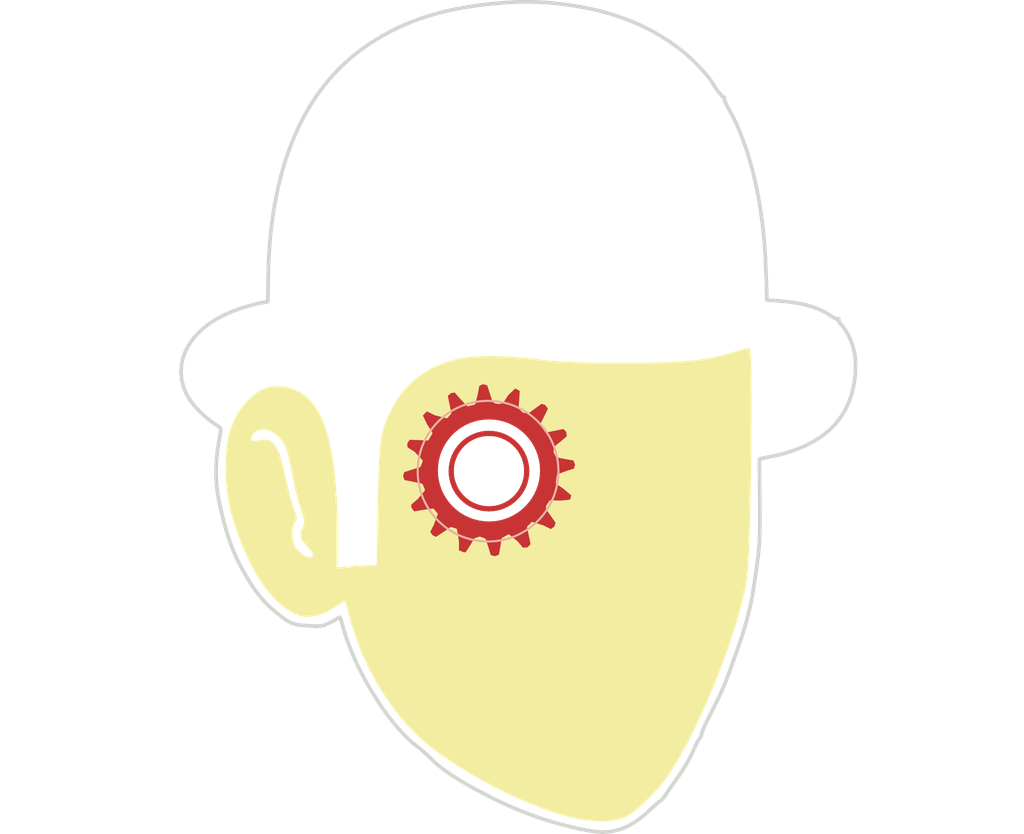
<source format=kicad_pcb>
(kicad_pcb (version 20171130) (host pcbnew 6.0.0-rc1-unknown-0769b04~66~ubuntu16.04.1)

  (general
    (thickness 1.6)
    (drawings 18)
    (tracks 0)
    (zones 0)
    (modules 3)
    (nets 1)
  )

  (page USLetter)
  (title_block
    (title "Project Title")
  )

  (layers
    (0 F.Cu signal)
    (31 B.Cu signal)
    (34 B.Paste user)
    (35 F.Paste user)
    (36 B.SilkS user)
    (37 F.SilkS user)
    (38 B.Mask user)
    (39 F.Mask user)
    (44 Edge.Cuts user)
    (46 B.CrtYd user)
    (47 F.CrtYd user)
    (48 B.Fab user)
    (49 F.Fab user)
  )

  (setup
    (last_trace_width 0.254)
    (user_trace_width 0.1524)
    (user_trace_width 0.254)
    (user_trace_width 0.3302)
    (user_trace_width 0.508)
    (user_trace_width 0.762)
    (user_trace_width 1.27)
    (trace_clearance 0.254)
    (zone_clearance 0.508)
    (zone_45_only no)
    (trace_min 0.1524)
    (via_size 0.6858)
    (via_drill 0.3302)
    (via_min_size 0.6858)
    (via_min_drill 0.3302)
    (user_via 0.6858 0.3302)
    (user_via 0.762 0.4064)
    (user_via 0.8636 0.508)
    (uvia_size 0.6858)
    (uvia_drill 0.3302)
    (uvias_allowed no)
    (uvia_min_size 0)
    (uvia_min_drill 0)
    (edge_width 0.1524)
    (segment_width 0.1524)
    (pcb_text_width 0.1524)
    (pcb_text_size 1.016 1.016)
    (mod_edge_width 0.1524)
    (mod_text_size 1.016 1.016)
    (mod_text_width 0.1524)
    (pad_size 1.524 1.524)
    (pad_drill 0.762)
    (pad_to_mask_clearance 0.0762)
    (solder_mask_min_width 0.1016)
    (pad_to_paste_clearance -0.0762)
    (aux_axis_origin 0 0)
    (visible_elements FFFEDF7D)
    (pcbplotparams
      (layerselection 0x310fc_80000001)
      (usegerberextensions true)
      (usegerberattributes false)
      (usegerberadvancedattributes false)
      (creategerberjobfile false)
      (excludeedgelayer true)
      (linewidth 0.100000)
      (plotframeref false)
      (viasonmask false)
      (mode 1)
      (useauxorigin false)
      (hpglpennumber 1)
      (hpglpenspeed 20)
      (hpglpendiameter 15.000000)
      (psnegative false)
      (psa4output false)
      (plotreference true)
      (plotvalue true)
      (plotinvisibletext false)
      (padsonsilk false)
      (subtractmaskfromsilk false)
      (outputformat 1)
      (mirror false)
      (drillshape 0)
      (scaleselection 1)
      (outputdirectory "gerbers"))
  )

  (net 0 "")

  (net_class Default "This is the default net class."
    (clearance 0.254)
    (trace_width 0.254)
    (via_dia 0.6858)
    (via_drill 0.3302)
    (uvia_dia 0.6858)
    (uvia_drill 0.3302)
  )

  (module orange:orange.All.01 (layer F.Cu) (tedit 5C0FE0D9) (tstamp 5C105E90)
    (at 141.986 98.298)
    (descr "Imported from Base1.svg")
    (tags svg2mod)
    (attr smd)
    (fp_text reference svg2mod (at 0 -33.033245) (layer F.SilkS) hide
      (effects (font (size 1.524 1.524) (thickness 0.3048)))
    )
    (fp_text value G*** (at 0 33.033245) (layer F.SilkS) hide
      (effects (font (size 1.524 1.524) (thickness 0.3048)))
    )
    (fp_line (start 0.60595 3.90911) (end 0.605947 3.90911) (layer F.Cu) (width 0.375))
    (fp_line (start 0.591881 3.630528) (end 0.60595 3.90911) (layer F.Cu) (width 0.375))
    (fp_line (start 0.550593 3.35999) (end 0.591881 3.630528) (layer F.Cu) (width 0.375))
    (fp_line (start 0.483454 3.098906) (end 0.550593 3.35999) (layer F.Cu) (width 0.375))
    (fp_line (start 0.391835 2.848575) (end 0.483454 3.098906) (layer F.Cu) (width 0.375))
    (fp_line (start 0.277103 2.610408) (end 0.391835 2.848575) (layer F.Cu) (width 0.375))
    (fp_line (start 0.14063 2.385759) (end 0.277103 2.610408) (layer F.Cu) (width 0.375))
    (fp_line (start -0.016217 2.176011) (end 0.14063 2.385759) (layer F.Cu) (width 0.375))
    (fp_line (start -0.192067 1.98252) (end -0.016217 2.176011) (layer F.Cu) (width 0.375))
    (fp_line (start -0.38555 1.806667) (end -0.192067 1.98252) (layer F.Cu) (width 0.375))
    (fp_line (start -0.595298 1.649836) (end -0.38555 1.806667) (layer F.Cu) (width 0.375))
    (fp_line (start -0.81994 1.513353) (end -0.595298 1.649836) (layer F.Cu) (width 0.375))
    (fp_line (start -1.058108 1.39863) (end -0.81994 1.513353) (layer F.Cu) (width 0.375))
    (fp_line (start -1.308431 1.307021) (end -1.058108 1.39863) (layer F.Cu) (width 0.375))
    (fp_line (start -1.569541 1.23988) (end -1.308431 1.307021) (layer F.Cu) (width 0.375))
    (fp_line (start -1.840067 1.198591) (end -1.569541 1.23988) (layer F.Cu) (width 0.375))
    (fp_line (start -2.11864 1.18448) (end -1.840067 1.198591) (layer F.Cu) (width 0.375))
    (fp_line (start -2.397213 1.198591) (end -2.11864 1.18448) (layer F.Cu) (width 0.375))
    (fp_line (start -2.667739 1.23988) (end -2.397213 1.198591) (layer F.Cu) (width 0.375))
    (fp_line (start -2.928848 1.307021) (end -2.667739 1.23988) (layer F.Cu) (width 0.375))
    (fp_line (start -3.179172 1.39863) (end -2.928848 1.307021) (layer F.Cu) (width 0.375))
    (fp_line (start -3.417339 1.513353) (end -3.179172 1.39863) (layer F.Cu) (width 0.375))
    (fp_line (start -3.641982 1.649836) (end -3.417339 1.513353) (layer F.Cu) (width 0.375))
    (fp_line (start -3.85173 1.806667) (end -3.641982 1.649836) (layer F.Cu) (width 0.375))
    (fp_line (start -4.045213 1.98252) (end -3.85173 1.806667) (layer F.Cu) (width 0.375))
    (fp_line (start -4.221063 2.176011) (end -4.045213 1.98252) (layer F.Cu) (width 0.375))
    (fp_line (start -4.377909 2.385759) (end -4.221063 2.176011) (layer F.Cu) (width 0.375))
    (fp_line (start -4.514383 2.610408) (end -4.377909 2.385759) (layer F.Cu) (width 0.375))
    (fp_line (start -4.629115 2.848575) (end -4.514383 2.610408) (layer F.Cu) (width 0.375))
    (fp_line (start -4.720734 3.098906) (end -4.629115 2.848575) (layer F.Cu) (width 0.375))
    (fp_line (start -4.787873 3.35999) (end -4.720734 3.098906) (layer F.Cu) (width 0.375))
    (fp_line (start -4.829161 3.630528) (end -4.787873 3.35999) (layer F.Cu) (width 0.375))
    (fp_line (start -4.84323 3.90911) (end -4.829161 3.630528) (layer F.Cu) (width 0.375))
    (fp_line (start -4.829164 4.187663) (end -4.84323 3.90911) (layer F.Cu) (width 0.375))
    (fp_line (start -4.787877 4.458244) (end -4.829164 4.187663) (layer F.Cu) (width 0.375))
    (fp_line (start -4.720739 4.719327) (end -4.787877 4.458244) (layer F.Cu) (width 0.375))
    (fp_line (start -4.62912 4.969658) (end -4.720739 4.719327) (layer F.Cu) (width 0.375))
    (fp_line (start -4.514389 5.207826) (end -4.62912 4.969658) (layer F.Cu) (width 0.375))
    (fp_line (start -4.377915 5.432475) (end -4.514389 5.207826) (layer F.Cu) (width 0.375))
    (fp_line (start -4.221069 5.642222) (end -4.377915 5.432475) (layer F.Cu) (width 0.375))
    (fp_line (start -4.045219 5.835714) (end -4.221069 5.642222) (layer F.Cu) (width 0.375))
    (fp_line (start -3.851735 6.011567) (end -4.045219 5.835714) (layer F.Cu) (width 0.375))
    (fp_line (start -3.641987 6.168397) (end -3.851735 6.011567) (layer F.Cu) (width 0.375))
    (fp_line (start -3.417344 6.30488) (end -3.641987 6.168397) (layer F.Cu) (width 0.375))
    (fp_line (start -3.179176 6.419603) (end -3.417344 6.30488) (layer F.Cu) (width 0.375))
    (fp_line (start -2.928852 6.511241) (end -3.179176 6.419603) (layer F.Cu) (width 0.375))
    (fp_line (start -2.667742 6.578382) (end -2.928852 6.511241) (layer F.Cu) (width 0.375))
    (fp_line (start -2.397215 6.619671) (end -2.667742 6.578382) (layer F.Cu) (width 0.375))
    (fp_line (start -2.118641 6.633782) (end -2.397215 6.619671) (layer F.Cu) (width 0.375))
    (fp_line (start -1.840067 6.619671) (end -2.118641 6.633782) (layer F.Cu) (width 0.375))
    (fp_line (start -1.569541 6.578382) (end -1.840067 6.619671) (layer F.Cu) (width 0.375))
    (fp_line (start -1.308431 6.511241) (end -1.569541 6.578382) (layer F.Cu) (width 0.375))
    (fp_line (start -1.058107 6.419603) (end -1.308431 6.511241) (layer F.Cu) (width 0.375))
    (fp_line (start -0.819939 6.30488) (end -1.058107 6.419603) (layer F.Cu) (width 0.375))
    (fp_line (start -0.595296 6.168397) (end -0.819939 6.30488) (layer F.Cu) (width 0.375))
    (fp_line (start -0.385548 6.011567) (end -0.595296 6.168397) (layer F.Cu) (width 0.375))
    (fp_line (start -0.192064 5.835714) (end -0.385548 6.011567) (layer F.Cu) (width 0.375))
    (fp_line (start -0.016214 5.642222) (end -0.192064 5.835714) (layer F.Cu) (width 0.375))
    (fp_line (start 0.140633 5.432475) (end -0.016214 5.642222) (layer F.Cu) (width 0.375))
    (fp_line (start 0.277106 5.207826) (end 0.140633 5.432475) (layer F.Cu) (width 0.375))
    (fp_line (start 0.391837 4.969658) (end 0.277106 5.207826) (layer F.Cu) (width 0.375))
    (fp_line (start 0.483456 4.719327) (end 0.391837 4.969658) (layer F.Cu) (width 0.375))
    (fp_line (start 0.550594 4.458244) (end 0.483456 4.719327) (layer F.Cu) (width 0.375))
    (fp_line (start 0.591881 4.187663) (end 0.550594 4.458244) (layer F.Cu) (width 0.375))
    (fp_line (start 0.605947 3.90911) (end 0.591881 4.187663) (layer F.Cu) (width 0.375))
    (fp_poly (pts (xy -2.492372 -2.416687) (xy -3.875256 0.620354) (xy -3.553107 0.4652) (xy -3.214519 0.341307)
      (xy -2.861345 0.250527) (xy -2.495438 0.194718) (xy -2.118649 0.175724) (xy -2.118647 0.175775)
      (xy -1.7419 0.194825) (xy -1.376036 0.25068) (xy -1.022907 0.341493) (xy -0.684366 0.465414)
      (xy -0.362263 0.620588) (xy -0.058452 0.805165) (xy 0.225216 1.017291) (xy 0.486889 1.25512)
      (xy 0.724715 1.516791) (xy 0.936842 1.800461) (xy 1.121419 2.10427) (xy 1.276594 2.426373)
      (xy 1.400514 2.764916) (xy 1.491327 3.118043) (xy 1.547182 3.483908) (xy 1.566227 3.860655)
      (xy 1.547179 4.237402) (xy 1.491324 4.603261) (xy 1.40051 4.956377) (xy 1.276589 5.294931)
      (xy 1.121415 5.617031) (xy 0.936838 5.920843) (xy 0.72471 6.204505) (xy 0.486884 6.466181)
      (xy 0.225211 6.70401) (xy -0.058457 6.916128) (xy -0.362268 7.100702) (xy -0.68437 7.255867)
      (xy -1.022911 7.379791) (xy -1.376039 7.47061) (xy -1.741902 7.526462) (xy -2.118649 7.545371)
      (xy -2.495438 7.526462) (xy -2.861345 7.470639) (xy -3.214518 7.379876) (xy -3.553105 7.25598)
      (xy -3.875254 7.100815) (xy -4.17911 6.916269) (xy -4.462822 6.704151) (xy -4.724538 6.466322)
      (xy -4.962405 6.204646) (xy -5.174569 5.920956) (xy -5.35918 5.617116) (xy -5.514383 5.295016)
      (xy -5.638327 4.956434) (xy -5.729158 4.603261) (xy -5.785025 4.237385) (xy -5.804075 3.860598)
      (xy -5.785025 3.483812) (xy -5.729159 3.117914) (xy -5.638328 2.764752) (xy -5.514385 2.426184)
      (xy -5.359182 2.104059) (xy -5.174572 1.800229) (xy -4.962407 1.516548) (xy -4.724541 1.254869)
      (xy -4.462825 1.01704) (xy -4.179112 0.804919) (xy -3.875256 0.620354) (xy -2.492372 -2.416687)
      (xy -2.6412 -2.405652) (xy -2.886491 -2.276668) (xy -2.989017 -1.691275) (xy -3.179186 -0.948787)
      (xy -3.662051 -0.83193) (xy -4.185706 -1.384801) (xy -4.566044 -1.82467) (xy -4.881339 -1.78333)
      (xy -5.167971 -1.55237) (xy -5.042845 -0.910202) (xy -4.910002 -0.267486) (xy -5.174035 0.03513)
      (xy -6.00637 -0.175434) (xy -6.564751 -0.456002) (xy -6.67775 -0.42734) (xy -6.978162 -0.108186)
      (xy -6.652945 0.567054) (xy -6.272607 1.166776) (xy -6.544356 1.641372) (xy -7.397637 1.602236)
      (xy -7.88877 1.585698) (xy -8.095475 1.903198) (xy -8.066812 2.240544) (xy -7.538748 2.570171)
      (xy -6.972099 3.175405) (xy -7.121478 3.562357) (xy -7.710727 3.750323) (xy -8.293913 3.934428)
      (xy -8.393683 4.282244) (xy -8.272967 4.626194) (xy -7.776322 4.718227) (xy -6.978162 4.888012)
      (xy -6.812246 5.28047) (xy -7.323774 5.896194) (xy -7.804985 6.307392) (xy -7.786243 6.583546)
      (xy -7.556937 6.901046) (xy -6.886108 6.786408) (xy -6.17449 6.681675) (xy -5.890062 7.011282)
      (xy -6.157953 7.747713) (xy -6.436317 8.30609) (xy -6.268196 8.578406) (xy -5.957311 8.750392)
      (xy -5.408851 8.392083) (xy -4.867007 8.021666) (xy -4.502654 8.134668) (xy -4.359889 8.975267)
      (xy -4.359889 9.687455) (xy -3.915609 9.863279) (xy -3.74804 9.815866) (xy -3.434949 9.325307)
      (xy -3.127923 8.819847) (xy -2.784516 8.713449) (xy -2.422367 8.852359) (xy -2.229993 9.446014)
      (xy -2.045887 10.034701) (xy -1.700275 10.135031) (xy -1.352458 10.012659) (xy -1.24001 9.400802)
      (xy -1.145752 8.801079) (xy -0.699819 8.553599) (xy -0.102302 9.038654) (xy 0.296778 9.515468)
      (xy 0.68318 9.492891) (xy 0.949417 9.220603) (xy 0.899807 8.969227) (xy 0.68318 7.972644)
      (xy 0.992412 7.655709) (xy 1.769625 7.899323) (xy 2.340133 8.177142) (xy 2.64716 7.970979)
      (xy 2.759608 7.633103) (xy 2.403523 7.134247) (xy 2.051847 6.622719) (xy 2.062321 6.446866)
      (xy 2.297138 6.096854) (xy 3.074903 6.111247) (xy 3.77219 6.045659) (xy 3.895112 5.64877)
      (xy 3.302004 5.149914) (xy 2.761813 4.771228) (xy 2.843393 4.206812) (xy 3.543435 3.952702)
      (xy 4.068743 3.787339) (xy 4.156938 3.433458) (xy 4.013622 3.087846) (xy 3.391852 2.981462)
      (xy 2.770081 2.862398) (xy 2.598102 2.527259) (xy 2.649365 2.19157) (xy 3.113488 1.81123)
      (xy 3.561627 1.432547) (xy 3.516426 1.05827) (xy 3.274994 0.802506) (xy 2.790476 0.904481)
      (xy 1.988458 1.060477) (xy 1.634578 0.552807) (xy 1.927273 -0.023765) (xy 2.205085 -0.590966)
      (xy 1.976331 -0.916182) (xy 1.665446 -1.0143) (xy 1.198566 -0.684673) (xy 0.720112 -0.332995)
      (xy 0.360168 -0.363865) (xy 0.075741 -0.635614) (xy 0.128658 -1.267857) (xy 0.16173 -1.916638)
      (xy -0.243413 -2.137124) (xy -0.80014 -1.597484) (xy -1.143547 -1.055089) (xy -1.409784 -0.997761)
      (xy -1.704133 -1.044616) (xy -1.824849 -1.155411) (xy -2.01116 -1.752926) (xy -2.205188 -2.333909)
      (xy -2.492371 -2.416591) (xy -2.492372 -2.416687)) (layer F.Cu) (width 0))
    (fp_line (start 4.439199 29.749251) (end 4.439233 29.749138) (layer Edge.Cuts) (width 0.264583))
    (fp_line (start 4.439202 29.749279) (end 4.439199 29.749251) (layer Edge.Cuts) (width 0.264583))
    (fp_line (start 4.439205 29.749279) (end 4.439202 29.749279) (layer Edge.Cuts) (width 0.264583))
    (fp_line (start 4.88859 29.83753) (end 4.439205 29.749279) (layer Edge.Cuts) (width 0.264583))
    (fp_line (start 5.34285 29.911049) (end 4.88859 29.83753) (layer Edge.Cuts) (width 0.264583))
    (fp_line (start 5.748998 29.962103) (end 5.34285 29.911049) (layer Edge.Cuts) (width 0.264583))
    (fp_line (start 6.054041 29.982987) (end 5.748998 29.962103) (layer Edge.Cuts) (width 0.264583))
    (fp_line (start 6.523103 29.960974) (end 6.054041 29.982987) (layer Edge.Cuts) (width 0.264583))
    (fp_line (start 6.986636 29.881387) (end 6.523103 29.960974) (layer Edge.Cuts) (width 0.264583))
    (fp_line (start 7.44567 29.743691) (end 6.986636 29.881387) (layer Edge.Cuts) (width 0.264583))
    (fp_line (start 7.901225 29.547462) (end 7.44567 29.743691) (layer Edge.Cuts) (width 0.264583))
    (fp_line (start 8.288775 29.33286) (end 7.901225 29.547462) (layer Edge.Cuts) (width 0.264583))
    (fp_line (start 8.675177 29.074796) (end 8.288775 29.33286) (layer Edge.Cuts) (width 0.264583))
    (fp_line (start 9.061071 28.772988) (end 8.675177 29.074796) (layer Edge.Cuts) (width 0.264583))
    (fp_line (start 9.4471 28.427152) (end 9.061071 28.772988) (layer Edge.Cuts) (width 0.264583))
    (fp_line (start 9.741404 28.152748) (end 9.4471 28.427152) (layer Edge.Cuts) (width 0.264583))
    (fp_line (start 9.994233 27.928042) (end 9.741404 28.152748) (layer Edge.Cuts) (width 0.264583))
    (fp_line (start 10.178665 27.776235) (end 9.994233 27.928042) (layer Edge.Cuts) (width 0.264583))
    (fp_line (start 10.267774 27.720468) (end 10.178665 27.776235) (layer Edge.Cuts) (width 0.264583))
    (fp_line (start 10.324329 27.681267) (end 10.267774 27.720468) (layer Edge.Cuts) (width 0.264583))
    (fp_line (start 10.420137 27.574531) (end 10.324329 27.681267) (layer Edge.Cuts) (width 0.264583))
    (fp_line (start 10.541806 27.416571) (end 10.420137 27.574531) (layer Edge.Cuts) (width 0.264583))
    (fp_line (start 10.675938 27.223729) (end 10.541806 27.416571) (layer Edge.Cuts) (width 0.264583))
    (fp_line (start 10.83622 26.986069) (end 10.675938 27.223729) (layer Edge.Cuts) (width 0.264583))
    (fp_line (start 11.029088 26.706189) (end 10.83622 26.986069) (layer Edge.Cuts) (width 0.264583))
    (fp_line (start 11.230273 26.418972) (end 11.029088 26.706189) (layer Edge.Cuts) (width 0.264583))
    (fp_line (start 11.415504 26.159356) (end 11.230273 26.418972) (layer Edge.Cuts) (width 0.264583))
    (fp_line (start 11.827131 25.559774) (end 11.415504 26.159356) (layer Edge.Cuts) (width 0.264583))
    (fp_line (start 12.187571 24.973796) (end 11.827131 25.559774) (layer Edge.Cuts) (width 0.264583))
    (fp_line (start 12.48621 24.419794) (end 12.187571 24.973796) (layer Edge.Cuts) (width 0.264583))
    (fp_line (start 12.712434 23.916084) (end 12.48621 24.419794) (layer Edge.Cuts) (width 0.264583))
    (fp_line (start 12.805214 23.698039) (end 12.712434 23.916084) (layer Edge.Cuts) (width 0.264583))
    (fp_line (start 12.900177 23.503729) (end 12.805214 23.698039) (layer Edge.Cuts) (width 0.264583))
    (fp_line (start 12.986175 23.354292) (end 12.900177 23.503729) (layer Edge.Cuts) (width 0.264583))
    (fp_line (start 13.052069 23.270924) (end 12.986175 23.354292) (layer Edge.Cuts) (width 0.264583))
    (fp_line (start 13.106154 23.206464) (end 13.052069 23.270924) (layer Edge.Cuts) (width 0.264583))
    (fp_line (start 13.160019 23.108477) (end 13.106154 23.206464) (layer Edge.Cuts) (width 0.264583))
    (fp_line (start 13.207423 22.990282) (end 13.160019 23.108477) (layer Edge.Cuts) (width 0.264583))
    (fp_line (start 13.242137 22.865145) (end 13.207423 22.990282) (layer Edge.Cuts) (width 0.264583))
    (fp_line (start 13.291791 22.699763) (end 13.242137 22.865145) (layer Edge.Cuts) (width 0.264583))
    (fp_line (start 13.379881 22.471981) (end 13.291791 22.699763) (layer Edge.Cuts) (width 0.264583))
    (fp_line (start 13.49395 22.2118) (end 13.379881 22.471981) (layer Edge.Cuts) (width 0.264583))
    (fp_line (start 13.621553 21.949277) (end 13.49395 22.2118) (layer Edge.Cuts) (width 0.264583))
    (fp_line (start 13.858171 21.485558) (end 13.621553 21.949277) (layer Edge.Cuts) (width 0.264583))
    (fp_line (start 14.071435 21.061491) (end 13.858171 21.485558) (layer Edge.Cuts) (width 0.264583))
    (fp_line (start 14.263214 20.673012) (end 14.071435 21.061491) (layer Edge.Cuts) (width 0.264583))
    (fp_line (start 14.435386 20.316057) (end 14.263214 20.673012) (layer Edge.Cuts) (width 0.264583))
    (fp_line (start 14.657075 19.839497) (end 14.435386 20.316057) (layer Edge.Cuts) (width 0.264583))
    (fp_line (start 14.846296 19.409559) (end 14.657075 19.839497) (layer Edge.Cuts) (width 0.264583))
    (fp_line (start 15.00902 19.013319) (end 14.846296 19.409559) (layer Edge.Cuts) (width 0.264583))
    (fp_line (start 15.151221 18.637851) (end 15.00902 19.013319) (layer Edge.Cuts) (width 0.264583))
    (fp_line (start 15.374137 18.022042) (end 15.151221 18.637851) (layer Edge.Cuts) (width 0.264583))
    (fp_line (start 15.566971 17.486497) (end 15.374137 18.022042) (layer Edge.Cuts) (width 0.264583))
    (fp_line (start 15.732965 17.021564) (end 15.566971 17.486497) (layer Edge.Cuts) (width 0.264583))
    (fp_line (start 15.875358 16.617563) (end 15.732965 17.021564) (layer Edge.Cuts) (width 0.264583))
    (fp_line (start 16.088466 15.995291) (end 15.875358 16.617563) (layer Edge.Cuts) (width 0.264583))
    (fp_line (start 16.252028 15.488025) (end 16.088466 15.995291) (layer Edge.Cuts) (width 0.264583))
    (fp_line (start 16.386871 15.033562) (end 16.252028 15.488025) (layer Edge.Cuts) (width 0.264583))
    (fp_line (start 16.513832 14.569702) (end 16.386871 15.033562) (layer Edge.Cuts) (width 0.264583))
    (fp_line (start 16.63313 14.102455) (end 16.513832 14.569702) (layer Edge.Cuts) (width 0.264583))
    (fp_line (start 16.744309 13.63453) (end 16.63313 14.102455) (layer Edge.Cuts) (width 0.264583))
    (fp_line (start 16.834936 13.220284) (end 16.744309 13.63453) (layer Edge.Cuts) (width 0.264583))
    (fp_line (start 16.892585 12.914017) (end 16.834936 13.220284) (layer Edge.Cuts) (width 0.264583))
    (fp_line (start 17.000939 12.225366) (end 16.892585 12.914017) (layer Edge.Cuts) (width 0.264583))
    (fp_line (start 17.094445 11.619633) (end 17.000939 12.225366) (layer Edge.Cuts) (width 0.264583))
    (fp_line (start 17.174113 11.083523) (end 17.094445 11.619633) (layer Edge.Cuts) (width 0.264583))
    (fp_line (start 17.240969 10.60383) (end 17.174113 11.083523) (layer Edge.Cuts) (width 0.264583))
    (fp_line (start 17.316658 9.986526) (end 17.240969 10.60383) (layer Edge.Cuts) (width 0.264583))
    (fp_line (start 17.370991 9.419061) (end 17.316658 9.986526) (layer Edge.Cuts) (width 0.264583))
    (fp_line (start 17.406983 8.862068) (end 17.370991 9.419061) (layer Edge.Cuts) (width 0.264583))
    (fp_line (start 17.427642 8.276231) (end 17.406983 8.862068) (layer Edge.Cuts) (width 0.264583))
    (fp_line (start 17.434923 7.792219) (end 17.427642 8.276231) (layer Edge.Cuts) (width 0.264583))
    (fp_line (start 17.436617 7.252752) (end 17.434923 7.792219) (layer Edge.Cuts) (width 0.264583))
    (fp_line (start 17.433794 6.641035) (end 17.436617 7.252752) (layer Edge.Cuts) (width 0.264583))
    (fp_line (start 17.427896 5.940277) (end 17.433794 6.641035) (layer Edge.Cuts) (width 0.264583))
    (fp_line (start 17.426767 5.815422) (end 17.427896 5.940277) (layer Edge.Cuts) (width 0.264583))
    (fp_line (start 17.423691 5.486294) (end 17.426767 5.815422) (layer Edge.Cuts) (width 0.264583))
    (fp_line (start 17.419345 5.020938) (end 17.423691 5.486294) (layer Edge.Cuts) (width 0.264583))
    (fp_line (start 17.414377 4.48751) (end 17.419345 5.020938) (layer Edge.Cuts) (width 0.264583))
    (fp_line (start 17.410991 4.124313) (end 17.414377 4.48751) (layer Edge.Cuts) (width 0.264583))
    (fp_line (start 17.407604 3.761115) (end 17.410991 4.124313) (layer Edge.Cuts) (width 0.264583))
    (fp_line (start 17.404217 3.39792) (end 17.407604 3.761115) (layer Edge.Cuts) (width 0.264583))
    (fp_line (start 17.400831 3.034723) (end 17.404217 3.39792) (layer Edge.Cuts) (width 0.264583))
    (fp_line (start 17.507265 3.011299) (end 17.400831 3.034723) (layer Edge.Cuts) (width 0.264583))
    (fp_line (start 17.613703 2.987874) (end 17.507265 3.011299) (layer Edge.Cuts) (width 0.264583))
    (fp_line (start 17.72014 2.96445) (end 17.613703 2.987874) (layer Edge.Cuts) (width 0.264583))
    (fp_line (start 17.826574 2.941025) (end 17.72014 2.96445) (layer Edge.Cuts) (width 0.264583))
    (fp_line (start 18.030031 2.897128) (end 17.826574 2.941025) (layer Edge.Cuts) (width 0.264583))
    (fp_line (start 18.269271 2.846848) (end 18.030031 2.897128) (layer Edge.Cuts) (width 0.264583))
    (fp_line (start 18.514463 2.796389) (end 18.269271 2.846848) (layer Edge.Cuts) (width 0.264583))
    (fp_line (start 18.73577 2.751953) (end 18.514463 2.796389) (layer Edge.Cuts) (width 0.264583))
    (fp_line (start 18.983378 2.693059) (end 18.73577 2.751953) (layer Edge.Cuts) (width 0.264583))
    (fp_line (start 19.300169 2.603217) (end 18.983378 2.693059) (layer Edge.Cuts) (width 0.264583))
    (fp_line (start 19.645378 2.494648) (end 19.300169 2.603217) (layer Edge.Cuts) (width 0.264583))
    (fp_line (start 19.978231 2.379567) (end 19.645378 2.494648) (layer Edge.Cuts) (width 0.264583))
    (fp_line (start 20.650306 2.105139) (end 19.978231 2.379567) (layer Edge.Cuts) (width 0.264583))
    (fp_line (start 21.265929 1.792931) (end 20.650306 2.105139) (layer Edge.Cuts) (width 0.264583))
    (fp_line (start 21.825214 1.442772) (end 21.265929 1.792931) (layer Edge.Cuts) (width 0.264583))
    (fp_line (start 22.328287 1.054491) (end 21.825214 1.442772) (layer Edge.Cuts) (width 0.264583))
    (fp_line (start 22.820669 0.579025) (end 22.328287 1.054491) (layer Edge.Cuts) (width 0.264583))
    (fp_line (start 23.244208 0.05622) (end 22.820669 0.579025) (layer Edge.Cuts) (width 0.264583))
    (fp_line (start 23.599069 -0.514157) (end 23.244208 0.05622) (layer Edge.Cuts) (width 0.264583))
    (fp_line (start 23.885411 -1.132336) (end 23.599069 -0.514157) (layer Edge.Cuts) (width 0.264583))
    (fp_line (start 24.086489 -1.736295) (end 23.885411 -1.132336) (layer Edge.Cuts) (width 0.264583))
    (fp_line (start 24.231148 -2.380165) (end 24.086489 -1.736295) (layer Edge.Cuts) (width 0.264583))
    (fp_line (start 24.319514 -3.064119) (end 24.231148 -2.380165) (layer Edge.Cuts) (width 0.264583))
    (fp_line (start 24.351707 -3.788333) (end 24.319514 -3.064119) (layer Edge.Cuts) (width 0.264583))
    (fp_line (start 24.335056 -4.15685) (end 24.351707 -3.788333) (layer Edge.Cuts) (width 0.264583))
    (fp_line (start 24.283082 -4.536092) (end 24.335056 -4.15685) (layer Edge.Cuts) (width 0.264583))
    (fp_line (start 24.198703 -4.917772) (end 24.283082 -4.536092) (layer Edge.Cuts) (width 0.264583))
    (fp_line (start 24.084861 -5.293613) (end 24.198703 -4.917772) (layer Edge.Cuts) (width 0.264583))
    (fp_line (start 23.935709 -5.675443) (end 24.084861 -5.293613) (layer Edge.Cuts) (width 0.264583))
    (fp_line (start 23.76037 -6.031695) (end 23.935709 -5.675443) (layer Edge.Cuts) (width 0.264583))
    (fp_line (start 23.562318 -6.352581) (end 23.76037 -6.031695) (layer Edge.Cuts) (width 0.264583))
    (fp_line (start 23.345021 -6.628315) (end 23.562318 -6.352581) (layer Edge.Cuts) (width 0.264583))
    (fp_line (start 23.229524 -6.768247) (end 23.345021 -6.628315) (layer Edge.Cuts) (width 0.264583))
    (fp_line (start 23.145346 -6.894341) (end 23.229524 -6.768247) (layer Edge.Cuts) (width 0.264583))
    (fp_line (start 23.100433 -6.992763) (end 23.145346 -6.894341) (layer Edge.Cuts) (width 0.264583))
    (fp_line (start 23.102691 -7.049693) (end 23.100433 -6.992763) (layer Edge.Cuts) (width 0.264583))
    (fp_line (start 23.121543 -7.074867) (end 23.102691 -7.049693) (layer Edge.Cuts) (width 0.264583))
    (fp_line (start 23.121741 -7.086805) (end 23.121543 -7.074867) (layer Edge.Cuts) (width 0.264583))
    (fp_line (start 23.104327 -7.084829) (end 23.121741 -7.086805) (layer Edge.Cuts) (width 0.264583))
    (fp_line (start 23.070351 -7.068461) (end 23.104327 -7.084829) (layer Edge.Cuts) (width 0.264583))
    (fp_line (start 22.994825 -7.071706) (end 23.070351 -7.068461) (layer Edge.Cuts) (width 0.264583))
    (fp_line (start 22.864261 -7.123215) (end 22.994825 -7.071706) (layer Edge.Cuts) (width 0.264583))
    (fp_line (start 22.696999 -7.214214) (end 22.864261 -7.123215) (layer Edge.Cuts) (width 0.264583))
    (fp_line (start 22.511381 -7.335931) (end 22.696999 -7.214214) (layer Edge.Cuts) (width 0.264583))
    (fp_line (start 22.142023 -7.567686) (end 22.511381 -7.335931) (layer Edge.Cuts) (width 0.264583))
    (fp_line (start 21.724738 -7.771871) (end 22.142023 -7.567686) (layer Edge.Cuts) (width 0.264583))
    (fp_line (start 21.259709 -7.948438) (end 21.724738 -7.771871) (layer Edge.Cuts) (width 0.264583))
    (fp_line (start 20.747123 -8.09733) (end 21.259709 -7.948438) (layer Edge.Cuts) (width 0.264583))
    (fp_line (start 20.313243 -8.194454) (end 20.747123 -8.09733) (layer Edge.Cuts) (width 0.264583))
    (fp_line (start 19.850477 -8.274594) (end 20.313243 -8.194454) (layer Edge.Cuts) (width 0.264583))
    (fp_line (start 19.358914 -8.33773) (end 19.850477 -8.274594) (layer Edge.Cuts) (width 0.264583))
    (fp_line (start 18.838637 -8.383834) (end 19.358914 -8.33773) (layer Edge.Cuts) (width 0.264583))
    (fp_line (start 18.616455 -8.39944) (end 18.838637 -8.383834) (layer Edge.Cuts) (width 0.264583))
    (fp_line (start 18.394273 -8.415047) (end 18.616455 -8.39944) (layer Edge.Cuts) (width 0.264583))
    (fp_line (start 18.172091 -8.430654) (end 18.394273 -8.415047) (layer Edge.Cuts) (width 0.264583))
    (fp_line (start 17.949908 -8.446261) (end 18.172091 -8.430654) (layer Edge.Cuts) (width 0.264583))
    (fp_line (start 17.934132 -8.886508) (end 17.949908 -8.446261) (layer Edge.Cuts) (width 0.264583))
    (fp_line (start 17.918356 -9.326752) (end 17.934132 -8.886508) (layer Edge.Cuts) (width 0.264583))
    (fp_line (start 17.90258 -9.766999) (end 17.918356 -9.326752) (layer Edge.Cuts) (width 0.264583))
    (fp_line (start 17.886803 -10.207246) (end 17.90258 -9.766999) (layer Edge.Cuts) (width 0.264583))
    (fp_line (start 17.856978 -10.951466) (end 17.886803 -10.207246) (layer Edge.Cuts) (width 0.264583))
    (fp_line (start 17.822575 -11.635022) (end 17.856978 -10.951466) (layer Edge.Cuts) (width 0.264583))
    (fp_line (start 17.782522 -12.269427) (end 17.822575 -11.635022) (layer Edge.Cuts) (width 0.264583))
    (fp_line (start 17.735755 -12.866192) (end 17.782522 -12.269427) (layer Edge.Cuts) (width 0.264583))
    (fp_line (start 17.670898 -13.53372) (end 17.735755 -12.866192) (layer Edge.Cuts) (width 0.264583))
    (fp_line (start 17.593608 -14.18389) (end 17.670898 -13.53372) (layer Edge.Cuts) (width 0.264583))
    (fp_line (start 17.502154 -14.835281) (end 17.593608 -14.18389) (layer Edge.Cuts) (width 0.264583))
    (fp_line (start 17.394811 -15.506474) (end 17.502154 -14.835281) (layer Edge.Cuts) (width 0.264583))
    (fp_line (start 17.287809 -16.101356) (end 17.394811 -15.506474) (layer Edge.Cuts) (width 0.264583))
    (fp_line (start 17.168757 -16.689146) (end 17.287809 -16.101356) (layer Edge.Cuts) (width 0.264583))
    (fp_line (start 17.038237 -17.268063) (end 17.168757 -16.689146) (layer Edge.Cuts) (width 0.264583))
    (fp_line (start 16.896838 -17.836314) (end 17.038237 -17.268063) (layer Edge.Cuts) (width 0.264583))
    (fp_line (start 16.733954 -18.431219) (end 16.896838 -17.836314) (layer Edge.Cuts) (width 0.264583))
    (fp_line (start 16.559978 -19.009633) (end 16.733954 -18.431219) (layer Edge.Cuts) (width 0.264583))
    (fp_line (start 16.375628 -19.569362) (end 16.559978 -19.009633) (layer Edge.Cuts) (width 0.264583))
    (fp_line (start 16.181628 -20.1082) (end 16.375628 -19.569362) (layer Edge.Cuts) (width 0.264583))
    (fp_line (start 15.946066 -20.70271) (end 16.181628 -20.1082) (layer Edge.Cuts) (width 0.264583))
    (fp_line (start 15.699663 -21.262907) (end 15.946066 -20.70271) (layer Edge.Cuts) (width 0.264583))
    (fp_line (start 15.443538 -21.785388) (end 15.699663 -21.262907) (layer Edge.Cuts) (width 0.264583))
    (fp_line (start 15.178805 -22.266743) (end 15.443538 -21.785388) (layer Edge.Cuts) (width 0.264583))
    (fp_line (start 15.036565 -22.527051) (end 15.178805 -22.266743) (layer Edge.Cuts) (width 0.264583))
    (fp_line (start 14.929405 -22.756523) (end 15.036565 -22.527051) (layer Edge.Cuts) (width 0.264583))
    (fp_line (start 14.867714 -22.930324) (end 14.929405 -22.756523) (layer Edge.Cuts) (width 0.264583))
    (fp_line (start 14.8619 -23.023618) (end 14.867714 -22.930324) (layer Edge.Cuts) (width 0.264583))
    (fp_line (start 14.880076 -23.060448) (end 14.8619 -23.023618) (layer Edge.Cuts) (width 0.264583))
    (fp_line (start 14.883744 -23.080458) (end 14.880076 -23.060448) (layer Edge.Cuts) (width 0.264583))
    (fp_line (start 14.873302 -23.082433) (end 14.883744 -23.080458) (layer Edge.Cuts) (width 0.264583))
    (fp_line (start 14.849172 -23.064794) (end 14.873302 -23.082433) (layer Edge.Cuts) (width 0.264583))
    (fp_line (start 14.714626 -23.160239) (end 14.849172 -23.064794) (layer Edge.Cuts) (width 0.264583))
    (fp_line (start 14.459446 -23.466165) (end 14.714626 -23.160239) (layer Edge.Cuts) (width 0.264583))
    (fp_line (start 14.161428 -23.881201) (end 14.459446 -23.466165) (layer Edge.Cuts) (width 0.264583))
    (fp_line (start 13.898354 -24.30397) (end 14.161428 -23.881201) (layer Edge.Cuts) (width 0.264583))
    (fp_line (start 13.608938 -24.690186) (end 13.898354 -24.30397) (layer Edge.Cuts) (width 0.264583))
    (fp_line (start 13.115811 -25.235518) (end 13.608938 -24.690186) (layer Edge.Cuts) (width 0.264583))
    (fp_line (start 12.535907 -25.817158) (end 13.115811 -25.235518) (layer Edge.Cuts) (width 0.264583))
    (fp_line (start 11.986158 -26.312295) (end 12.535907 -25.817158) (layer Edge.Cuts) (width 0.264583))
    (fp_line (start 11.451502 -26.733562) (end 11.986158 -26.312295) (layer Edge.Cuts) (width 0.264583))
    (fp_line (start 10.893977 -27.129966) (end 11.451502 -26.733562) (layer Edge.Cuts) (width 0.264583))
    (fp_line (start 10.314146 -27.501257) (end 10.893977 -27.129966) (layer Edge.Cuts) (width 0.264583))
    (fp_line (start 9.712564 -27.847189) (end 10.314146 -27.501257) (layer Edge.Cuts) (width 0.264583))
    (fp_line (start 9.111656 -28.156877) (end 9.712564 -27.847189) (layer Edge.Cuts) (width 0.264583))
    (fp_line (start 8.491504 -28.442471) (end 9.111656 -28.156877) (layer Edge.Cuts) (width 0.264583))
    (fp_line (start 7.852607 -28.703753) (end 8.491504 -28.442471) (layer Edge.Cuts) (width 0.264583))
    (fp_line (start 7.195472 -28.940498) (end 7.852607 -28.703753) (layer Edge.Cuts) (width 0.264583))
    (fp_line (start 6.553109 -29.142958) (end 7.195472 -28.940498) (layer Edge.Cuts) (width 0.264583))
    (fp_line (start 5.895091 -29.322765) (end 6.553109 -29.142958) (layer Edge.Cuts) (width 0.264583))
    (fp_line (start 5.221858 -29.479726) (end 5.895091 -29.322765) (layer Edge.Cuts) (width 0.264583))
    (fp_line (start 4.533843 -29.613649) (end 5.221858 -29.479726) (layer Edge.Cuts) (width 0.264583))
    (fp_line (start 4.025213 -29.698829) (end 4.533843 -29.613649) (layer Edge.Cuts) (width 0.264583))
    (fp_line (start 3.530619 -29.772698) (end 4.025213 -29.698829) (layer Edge.Cuts) (width 0.264583))
    (fp_line (start 3.047709 -29.835374) (end 3.530619 -29.772698) (layer Edge.Cuts) (width 0.264583))
    (fp_line (start 2.574135 -29.886964) (end 3.047709 -29.835374) (layer Edge.Cuts) (width 0.264583))
    (fp_line (start 2.075212 -29.930008) (end 2.574135 -29.886964) (layer Edge.Cuts) (width 0.264583))
    (fp_line (start 1.581408 -29.960635) (end 2.075212 -29.930008) (layer Edge.Cuts) (width 0.264583))
    (fp_line (start 1.089848 -29.97898) (end 1.581408 -29.960635) (layer Edge.Cuts) (width 0.264583))
    (fp_line (start 0.597655 -29.985189) (end 1.089848 -29.97898) (layer Edge.Cuts) (width 0.264583))
    (fp_line (start 0.115055 -29.979685) (end 0.597655 -29.985189) (layer Edge.Cuts) (width 0.264583))
    (fp_line (start -0.373526 -29.962921) (end 0.115055 -29.979685) (layer Edge.Cuts) (width 0.264583))
    (fp_line (start -0.870743 -29.935038) (end -0.373526 -29.962921) (layer Edge.Cuts) (width 0.264583))
    (fp_line (start -1.379251 -29.896147) (end -0.870743 -29.935038) (layer Edge.Cuts) (width 0.264583))
    (fp_line (start -2.031938 -29.833844) (end -1.379251 -29.896147) (layer Edge.Cuts) (width 0.264583))
    (fp_line (start -2.664545 -29.760921) (end -2.031938 -29.833844) (layer Edge.Cuts) (width 0.264583))
    (fp_line (start -3.277992 -29.677078) (end -2.664545 -29.760921) (layer Edge.Cuts) (width 0.264583))
    (fp_line (start -3.873195 -29.582031) (end -3.277992 -29.677078) (layer Edge.Cuts) (width 0.264583))
    (fp_line (start -4.514228 -29.462928) (end -3.873195 -29.582031) (layer Edge.Cuts) (width 0.264583))
    (fp_line (start -5.135133 -29.329225) (end -4.514228 -29.462928) (layer Edge.Cuts) (width 0.264583))
    (fp_line (start -5.73717 -29.180528) (end -5.135133 -29.329225) (layer Edge.Cuts) (width 0.264583))
    (fp_line (start -6.321596 -29.01643) (end -5.73717 -29.180528) (layer Edge.Cuts) (width 0.264583))
    (fp_line (start -6.933054 -28.821916) (end -6.321596 -29.01643) (layer Edge.Cuts) (width 0.264583))
    (fp_line (start -7.527104 -28.608559) (end -6.933054 -28.821916) (layer Edge.Cuts) (width 0.264583))
    (fp_line (start -8.105321 -28.375853) (end -7.527104 -28.608559) (layer Edge.Cuts) (width 0.264583))
    (fp_line (start -8.66928 -28.123298) (end -8.105321 -28.375853) (layer Edge.Cuts) (width 0.264583))
    (fp_line (start -9.230404 -27.845272) (end -8.66928 -28.123298) (layer Edge.Cuts) (width 0.264583))
    (fp_line (start -9.780046 -27.545626) (end -9.230404 -27.845272) (layer Edge.Cuts) (width 0.264583))
    (fp_line (start -10.319868 -27.22383) (end -9.780046 -27.545626) (layer Edge.Cuts) (width 0.264583))
    (fp_line (start -10.851531 -26.879353) (end -10.319868 -27.22383) (layer Edge.Cuts) (width 0.264583))
    (fp_line (start -11.409152 -26.483217) (end -10.851531 -26.879353) (layer Edge.Cuts) (width 0.264583))
    (fp_line (start -11.944759 -26.061441) (end -11.409152 -26.483217) (layer Edge.Cuts) (width 0.264583))
    (fp_line (start -12.458297 -25.614159) (end -11.944759 -26.061441) (layer Edge.Cuts) (width 0.264583))
    (fp_line (start -12.94971 -25.141499) (end -12.458297 -25.614159) (layer Edge.Cuts) (width 0.264583))
    (fp_line (start -13.41294 -24.650274) (end -12.94971 -25.141499) (layer Edge.Cuts) (width 0.264583))
    (fp_line (start -13.854514 -24.134586) (end -13.41294 -24.650274) (layer Edge.Cuts) (width 0.264583))
    (fp_line (start -14.274377 -23.594559) (end -13.854514 -24.134586) (layer Edge.Cuts) (width 0.264583))
    (fp_line (start -14.672476 -23.030318) (end -14.274377 -23.594559) (layer Edge.Cuts) (width 0.264583))
    (fp_line (start -15.03334 -22.467271) (end -14.672476 -23.030318) (layer Edge.Cuts) (width 0.264583))
    (fp_line (start -15.37414 -21.882232) (end -15.03334 -22.467271) (layer Edge.Cuts) (width 0.264583))
    (fp_line (start -15.694828 -21.275314) (end -15.37414 -21.882232) (layer Edge.Cuts) (width 0.264583))
    (fp_line (start -15.995357 -20.646624) (end -15.694828 -21.275314) (layer Edge.Cuts) (width 0.264583))
    (fp_line (start -16.2594 -20.035983) (end -15.995357 -20.646624) (layer Edge.Cuts) (width 0.264583))
    (fp_line (start -16.505555 -19.4063) (end -16.2594 -20.035983) (layer Edge.Cuts) (width 0.264583))
    (fp_line (start -16.733783 -18.757665) (end -16.505555 -19.4063) (layer Edge.Cuts) (width 0.264583))
    (fp_line (start -16.944044 -18.09017) (end -16.733783 -18.757665) (layer Edge.Cuts) (width 0.264583))
    (fp_line (start -17.123912 -17.450739) (end -16.944044 -18.09017) (layer Edge.Cuts) (width 0.264583))
    (fp_line (start -17.288087 -16.795058) (end -17.123912 -17.450739) (layer Edge.Cuts) (width 0.264583))
    (fp_line (start -17.436539 -16.1232) (end -17.288087 -16.795058) (layer Edge.Cuts) (width 0.264583))
    (fp_line (start -17.569235 -15.435244) (end -17.436539 -16.1232) (layer Edge.Cuts) (width 0.264583))
    (fp_line (start -17.678679 -14.779732) (end -17.569235 -15.435244) (layer Edge.Cuts) (width 0.264583))
    (fp_line (start -17.774389 -14.110363) (end -17.678679 -14.779732) (layer Edge.Cuts) (width 0.264583))
    (fp_line (start -17.856338 -13.427196) (end -17.774389 -14.110363) (layer Edge.Cuts) (width 0.264583))
    (fp_line (start -17.924501 -12.730293) (end -17.856338 -13.427196) (layer Edge.Cuts) (width 0.264583))
    (fp_line (start -17.975708 -12.066774) (end -17.924501 -12.730293) (layer Edge.Cuts) (width 0.264583))
    (fp_line (start -18.014837 -11.391366) (end -17.975708 -12.066774) (layer Edge.Cuts) (width 0.264583))
    (fp_line (start -18.041865 -10.704115) (end -18.014837 -11.391366) (layer Edge.Cuts) (width 0.264583))
    (fp_line (start -18.056772 -10.00507) (end -18.041865 -10.704115) (layer Edge.Cuts) (width 0.264583))
    (fp_line (start -18.062038 -9.585208) (end -18.056772 -10.00507) (layer Edge.Cuts) (width 0.264583))
    (fp_line (start -18.067304 -9.165346) (end -18.062038 -9.585208) (layer Edge.Cuts) (width 0.264583))
    (fp_line (start -18.072571 -8.745487) (end -18.067304 -9.165346) (layer Edge.Cuts) (width 0.264583))
    (fp_line (start -18.077837 -8.325625) (end -18.072571 -8.745487) (layer Edge.Cuts) (width 0.264583))
    (fp_line (start -18.16062 -8.312191) (end -18.077837 -8.325625) (layer Edge.Cuts) (width 0.264583))
    (fp_line (start -18.243404 -8.298758) (end -18.16062 -8.312191) (layer Edge.Cuts) (width 0.264583))
    (fp_line (start -18.326187 -8.285324) (end -18.243404 -8.298758) (layer Edge.Cuts) (width 0.264583))
    (fp_line (start -18.408971 -8.27189) (end -18.326187 -8.285324) (layer Edge.Cuts) (width 0.264583))
    (fp_line (start -18.738585 -8.208723) (end -18.408971 -8.27189) (layer Edge.Cuts) (width 0.264583))
    (fp_line (start -19.101607 -8.12214) (end -18.738585 -8.208723) (layer Edge.Cuts) (width 0.264583))
    (fp_line (start -19.4862 -8.015971) (end -19.101607 -8.12214) (layer Edge.Cuts) (width 0.264583))
    (fp_line (start -19.880527 -7.894048) (end -19.4862 -8.015971) (layer Edge.Cuts) (width 0.264583))
    (fp_line (start -20.264887 -7.763018) (end -19.880527 -7.894048) (layer Edge.Cuts) (width 0.264583))
    (fp_line (start -20.6361 -7.624153) (end -20.264887 -7.763018) (layer Edge.Cuts) (width 0.264583))
    (fp_line (start -20.983034 -7.481058) (end -20.6361 -7.624153) (layer Edge.Cuts) (width 0.264583))
    (fp_line (start -21.29456 -7.337339) (end -20.983034 -7.481058) (layer Edge.Cuts) (width 0.264583))
    (fp_line (start -21.804303 -7.062878) (end -21.29456 -7.337339) (layer Edge.Cuts) (width 0.264583))
    (fp_line (start -22.269224 -6.76477) (end -21.804303 -7.062878) (layer Edge.Cuts) (width 0.264583))
    (fp_line (start -22.688788 -6.445207) (end -22.269224 -6.76477) (layer Edge.Cuts) (width 0.264583))
    (fp_line (start -23.062465 -6.106388) (end -22.688788 -6.445207) (layer Edge.Cuts) (width 0.264583))
    (fp_line (start -23.44793 -5.679501) (end -23.062465 -6.106388) (layer Edge.Cuts) (width 0.264583))
    (fp_line (start -23.766256 -5.232012) (end -23.44793 -5.679501) (layer Edge.Cuts) (width 0.264583))
    (fp_line (start -24.016535 -4.767669) (end -23.766256 -5.232012) (layer Edge.Cuts) (width 0.264583))
    (fp_line (start -24.197862 -4.290211) (end -24.016535 -4.767669) (layer Edge.Cuts) (width 0.264583))
    (fp_line (start -24.315405 -3.76271) (end -24.197862 -4.290211) (layer Edge.Cuts) (width 0.264583))
    (fp_line (start -24.34987 -3.228971) (end -24.315405 -3.76271) (layer Edge.Cuts) (width 0.264583))
    (fp_line (start -24.300104 -2.693748) (end -24.34987 -3.228971) (layer Edge.Cuts) (width 0.264583))
    (fp_line (start -24.164955 -2.16179) (end -24.300104 -2.693748) (layer Edge.Cuts) (width 0.264583))
    (fp_line (start -23.973096 -1.697323) (end -24.164955 -2.16179) (layer Edge.Cuts) (width 0.264583))
    (fp_line (start -23.712595 -1.242445) (end -23.973096 -1.697323) (layer Edge.Cuts) (width 0.264583))
    (fp_line (start -23.382652 -0.800451) (end -23.712595 -1.242445) (layer Edge.Cuts) (width 0.264583))
    (fp_line (start -22.982468 -0.374643) (end -23.382652 -0.800451) (layer Edge.Cuts) (width 0.264583))
    (fp_line (start -22.695293 -0.11221) (end -22.982468 -0.374643) (layer Edge.Cuts) (width 0.264583))
    (fp_line (start -22.391815 0.144731) (end -22.695293 -0.11221) (layer Edge.Cuts) (width 0.264583))
    (fp_line (start -22.108189 0.366653) (end -22.391815 0.144731) (layer Edge.Cuts) (width 0.264583))
    (fp_line (start -21.880574 0.524122) (end -22.108189 0.366653) (layer Edge.Cuts) (width 0.264583))
    (fp_line (start -21.634925 0.683933) (end -21.880574 0.524122) (layer Edge.Cuts) (width 0.264583))
    (fp_line (start -21.505887 0.804504) (end -21.634925 0.683933) (layer Edge.Cuts) (width 0.264583))
    (fp_line (start -21.46547 0.925781) (end -21.505887 0.804504) (layer Edge.Cuts) (width 0.264583))
    (fp_line (start -21.485685 1.0877) (end -21.46547 0.925781) (layer Edge.Cuts) (width 0.264583))
    (fp_line (start -21.61561 1.763425) (end -21.485685 1.0877) (layer Edge.Cuts) (width 0.264583))
    (fp_line (start -21.713736 2.409144) (end -21.61561 1.763425) (layer Edge.Cuts) (width 0.264583))
    (fp_line (start -21.780151 3.029366) (end -21.713736 2.409144) (layer Edge.Cuts) (width 0.264583))
    (fp_line (start -21.814943 3.628609) (end -21.780151 3.029366) (layer Edge.Cuts) (width 0.264583))
    (fp_line (start -21.816467 4.280793) (end -21.814943 3.628609) (layer Edge.Cuts) (width 0.264583))
    (fp_line (start -21.778512 4.918661) (end -21.816467 4.280793) (layer Edge.Cuts) (width 0.264583))
    (fp_line (start -21.7012 5.548524) (end -21.778512 4.918661) (layer Edge.Cuts) (width 0.264583))
    (fp_line (start -21.584655 6.176808) (end -21.7012 5.548524) (layer Edge.Cuts) (width 0.264583))
    (fp_line (start -21.464623 6.71557) (end -21.584655 6.176808) (layer Edge.Cuts) (width 0.264583))
    (fp_line (start -21.344692 7.219026) (end -21.464623 6.71557) (layer Edge.Cuts) (width 0.264583))
    (fp_line (start -21.223365 7.691184) (end -21.344692 7.219026) (layer Edge.Cuts) (width 0.264583))
    (fp_line (start -21.099141 8.135966) (end -21.223365 7.691184) (layer Edge.Cuts) (width 0.264583))
    (fp_line (start -20.942749 8.643458) (end -21.099141 8.135966) (layer Edge.Cuts) (width 0.264583))
    (fp_line (start -20.777256 9.123716) (end -20.942749 8.643458) (layer Edge.Cuts) (width 0.264583))
    (fp_line (start -20.600001 9.583766) (end -20.777256 9.123716) (layer Edge.Cuts) (width 0.264583))
    (fp_line (start -20.408323 10.030665) (end -20.600001 9.583766) (layer Edge.Cuts) (width 0.264583))
    (fp_line (start -20.201733 10.467065) (end -20.408323 10.030665) (layer Edge.Cuts) (width 0.264583))
    (fp_line (start -19.975818 10.904256) (end -20.201733 10.467065) (layer Edge.Cuts) (width 0.264583))
    (fp_line (start -19.727997 11.349123) (end -19.975818 10.904256) (layer Edge.Cuts) (width 0.264583))
    (fp_line (start -19.45569 11.808468) (end -19.727997 11.349123) (layer Edge.Cuts) (width 0.264583))
    (fp_line (start -19.23354 12.160314) (end -19.45569 11.808468) (layer Edge.Cuts) (width 0.264583))
    (fp_line (start -19.009808 12.487748) (end -19.23354 12.160314) (layer Edge.Cuts) (width 0.264583))
    (fp_line (start -18.781799 12.793847) (end -19.009808 12.487748) (layer Edge.Cuts) (width 0.264583))
    (fp_line (start -18.546816 13.081742) (end -18.781799 12.793847) (layer Edge.Cuts) (width 0.264583))
    (fp_line (start -18.288851 13.368677) (end -18.546816 13.081742) (layer Edge.Cuts) (width 0.264583))
    (fp_line (start -18.01702 13.642545) (end -18.288851 13.368677) (layer Edge.Cuts) (width 0.264583))
    (fp_line (start -17.728179 13.906988) (end -18.01702 13.642545) (layer Edge.Cuts) (width 0.264583))
    (fp_line (start -17.41918 14.165588) (end -17.728179 13.906988) (layer Edge.Cuts) (width 0.264583))
    (fp_line (start -16.805535 14.638564) (end -17.41918 14.165588) (layer Edge.Cuts) (width 0.264583))
    (fp_line (start -16.34918 14.899507) (end -16.805535 14.638564) (layer Edge.Cuts) (width 0.264583))
    (fp_line (start -15.871093 15.021822) (end -16.34918 14.899507) (layer Edge.Cuts) (width 0.264583))
    (fp_line (start -15.192247 15.078944) (end -15.871093 15.021822) (layer Edge.Cuts) (width 0.264583))
    (fp_line (start -14.631025 15.10519) (end -15.192247 15.078944) (layer Edge.Cuts) (width 0.264583))
    (fp_line (start -14.268901 15.09249) (end -14.631025 15.10519) (layer Edge.Cuts) (width 0.264583))
    (fp_line (start -13.990088 15.026845) (end -14.268901 15.09249) (layer Edge.Cuts) (width 0.264583))
    (fp_line (start -13.678801 14.894116) (end -13.990088 15.026845) (layer Edge.Cuts) (width 0.264583))
    (fp_line (start -13.4653 14.789355) (end -13.678801 14.894116) (layer Edge.Cuts) (width 0.264583))
    (fp_line (start -13.268413 14.683579) (end -13.4653 14.789355) (layer Edge.Cuts) (width 0.264583))
    (fp_line (start -13.110013 14.589175) (end -13.268413 14.683579) (layer Edge.Cuts) (width 0.264583))
    (fp_line (start -13.011972 14.518422) (end -13.110013 14.589175) (layer Edge.Cuts) (width 0.264583))
    (fp_line (start -12.928774 14.467989) (end -13.011972 14.518422) (layer Edge.Cuts) (width 0.264583))
    (fp_line (start -12.861487 14.514217) (end -12.928774 14.467989) (layer Edge.Cuts) (width 0.264583))
    (fp_line (start -12.790518 14.688348) (end -12.861487 14.514217) (layer Edge.Cuts) (width 0.264583))
    (fp_line (start -12.696275 15.021624) (end -12.790518 14.688348) (layer Edge.Cuts) (width 0.264583))
    (fp_line (start -12.553395 15.52175) (end -12.696275 15.021624) (layer Edge.Cuts) (width 0.264583))
    (fp_line (start -12.388843 16.028226) (end -12.553395 15.52175) (layer Edge.Cuts) (width 0.264583))
    (fp_line (start -12.202958 16.54029) (end -12.388843 16.028226) (layer Edge.Cuts) (width 0.264583))
    (fp_line (start -11.996081 17.057265) (end -12.202958 16.54029) (layer Edge.Cuts) (width 0.264583))
    (fp_line (start -11.787 17.537692) (end -11.996081 17.057265) (layer Edge.Cuts) (width 0.264583))
    (fp_line (start -11.560618 18.021111) (end -11.787 17.537692) (layer Edge.Cuts) (width 0.264583))
    (fp_line (start -11.317203 18.506984) (end -11.560618 18.021111) (layer Edge.Cuts) (width 0.264583))
    (fp_line (start -11.05702 18.994721) (end -11.317203 18.506984) (layer Edge.Cuts) (width 0.264583))
    (fp_line (start -10.797856 19.453642) (end -11.05702 18.994721) (layer Edge.Cuts) (width 0.264583))
    (fp_line (start -10.524378 19.913241) (end -10.797856 19.453642) (layer Edge.Cuts) (width 0.264583))
    (fp_line (start -10.236804 20.373094) (end -10.524378 19.913241) (layer Edge.Cuts) (width 0.264583))
    (fp_line (start -9.935354 20.83275) (end -10.236804 20.373094) (layer Edge.Cuts) (width 0.264583))
    (fp_line (start -9.636584 21.263646) (end -9.935354 20.83275) (layer Edge.Cuts) (width 0.264583))
    (fp_line (start -9.329465 21.679303) (end -9.636584 21.263646) (layer Edge.Cuts) (width 0.264583))
    (fp_line (start -9.017326 22.076023) (end -9.329465 21.679303) (layer Edge.Cuts) (width 0.264583))
    (fp_line (start -8.703498 22.450052) (end -9.017326 22.076023) (layer Edge.Cuts) (width 0.264583))
    (fp_line (start -8.315454 22.878466) (end -8.703498 22.450052) (layer Edge.Cuts) (width 0.264583))
    (fp_line (start -7.936376 23.258817) (end -8.315454 22.878466) (layer Edge.Cuts) (width 0.264583))
    (fp_line (start -7.57269 23.583937) (end -7.936376 23.258817) (layer Edge.Cuts) (width 0.264583))
    (fp_line (start -7.23082 23.846714) (end -7.57269 23.583937) (layer Edge.Cuts) (width 0.264583))
    (fp_line (start -7.062977 23.977891) (end -7.23082 23.846714) (layer Edge.Cuts) (width 0.264583))
    (fp_line (start -6.840249 24.171777) (end -7.062977 23.977891) (layer Edge.Cuts) (width 0.264583))
    (fp_line (start -6.591665 24.40224) (end -6.840249 24.171777) (layer Edge.Cuts) (width 0.264583))
    (fp_line (start -6.346255 24.643145) (end -6.591665 24.40224) (layer Edge.Cuts) (width 0.264583))
    (fp_line (start -5.929404 25.032019) (end -6.346255 24.643145) (layer Edge.Cuts) (width 0.264583))
    (fp_line (start -5.438581 25.426594) (end -5.929404 25.032019) (layer Edge.Cuts) (width 0.264583))
    (fp_line (start -4.866976 25.831244) (end -5.438581 25.426594) (layer Edge.Cuts) (width 0.264583))
    (fp_line (start -4.207776 26.250372) (end -4.866976 25.831244) (layer Edge.Cuts) (width 0.264583))
    (fp_line (start -3.693339 26.55314) (end -4.207776 26.250372) (layer Edge.Cuts) (width 0.264583))
    (fp_line (start -3.130815 26.866492) (end -3.693339 26.55314) (layer Edge.Cuts) (width 0.264583))
    (fp_line (start -2.517904 27.191979) (end -3.130815 26.866492) (layer Edge.Cuts) (width 0.264583))
    (fp_line (start -1.852304 27.531012) (end -2.517904 27.191979) (layer Edge.Cuts) (width 0.264583))
    (fp_line (start -1.338982 27.781823) (end -1.852304 27.531012) (layer Edge.Cuts) (width 0.264583))
    (fp_line (start -0.830521 28.01841) (end -1.338982 27.781823) (layer Edge.Cuts) (width 0.264583))
    (fp_line (start -0.325251 28.241337) (end -0.830521 28.01841) (layer Edge.Cuts) (width 0.264583))
    (fp_line (start 0.178498 28.451198) (end -0.325251 28.241337) (layer Edge.Cuts) (width 0.264583))
    (fp_line (start 0.699174 28.654962) (end 0.178498 28.451198) (layer Edge.Cuts) (width 0.264583))
    (fp_line (start 1.22185 28.846027) (end 0.699174 28.654962) (layer Edge.Cuts) (width 0.264583))
    (fp_line (start 1.748364 29.025097) (end 1.22185 28.846027) (layer Edge.Cuts) (width 0.264583))
    (fp_line (start 2.280556 29.192793) (end 1.748364 29.025097) (layer Edge.Cuts) (width 0.264583))
    (fp_line (start 2.80532 29.345588) (end 2.280556 29.192793) (layer Edge.Cuts) (width 0.264583))
    (fp_line (start 3.338891 29.488872) (end 2.80532 29.345588) (layer Edge.Cuts) (width 0.264583))
    (fp_line (start 3.882965 29.623182) (end 3.338891 29.488872) (layer Edge.Cuts) (width 0.264583))
    (fp_line (start 4.439233 29.749138) (end 3.882965 29.623182) (layer Edge.Cuts) (width 0.264583))
    (fp_line (start 0.60595 3.90911) (end 0.605947 3.90911) (layer F.Mask) (width 0.375))
    (fp_line (start 0.591881 3.630528) (end 0.60595 3.90911) (layer F.Mask) (width 0.375))
    (fp_line (start 0.550593 3.35999) (end 0.591881 3.630528) (layer F.Mask) (width 0.375))
    (fp_line (start 0.483454 3.098906) (end 0.550593 3.35999) (layer F.Mask) (width 0.375))
    (fp_line (start 0.391835 2.848575) (end 0.483454 3.098906) (layer F.Mask) (width 0.375))
    (fp_line (start 0.277103 2.610408) (end 0.391835 2.848575) (layer F.Mask) (width 0.375))
    (fp_line (start 0.14063 2.385759) (end 0.277103 2.610408) (layer F.Mask) (width 0.375))
    (fp_line (start -0.016217 2.176011) (end 0.14063 2.385759) (layer F.Mask) (width 0.375))
    (fp_line (start -0.192067 1.98252) (end -0.016217 2.176011) (layer F.Mask) (width 0.375))
    (fp_line (start -0.38555 1.806667) (end -0.192067 1.98252) (layer F.Mask) (width 0.375))
    (fp_line (start -0.595298 1.649836) (end -0.38555 1.806667) (layer F.Mask) (width 0.375))
    (fp_line (start -0.81994 1.513353) (end -0.595298 1.649836) (layer F.Mask) (width 0.375))
    (fp_line (start -1.058108 1.39863) (end -0.81994 1.513353) (layer F.Mask) (width 0.375))
    (fp_line (start -1.308431 1.307021) (end -1.058108 1.39863) (layer F.Mask) (width 0.375))
    (fp_line (start -1.569541 1.23988) (end -1.308431 1.307021) (layer F.Mask) (width 0.375))
    (fp_line (start -1.840067 1.198591) (end -1.569541 1.23988) (layer F.Mask) (width 0.375))
    (fp_line (start -2.11864 1.18448) (end -1.840067 1.198591) (layer F.Mask) (width 0.375))
    (fp_line (start -2.397213 1.198591) (end -2.11864 1.18448) (layer F.Mask) (width 0.375))
    (fp_line (start -2.667739 1.23988) (end -2.397213 1.198591) (layer F.Mask) (width 0.375))
    (fp_line (start -2.928848 1.307021) (end -2.667739 1.23988) (layer F.Mask) (width 0.375))
    (fp_line (start -3.179172 1.39863) (end -2.928848 1.307021) (layer F.Mask) (width 0.375))
    (fp_line (start -3.417339 1.513353) (end -3.179172 1.39863) (layer F.Mask) (width 0.375))
    (fp_line (start -3.641982 1.649836) (end -3.417339 1.513353) (layer F.Mask) (width 0.375))
    (fp_line (start -3.85173 1.806667) (end -3.641982 1.649836) (layer F.Mask) (width 0.375))
    (fp_line (start -4.045213 1.98252) (end -3.85173 1.806667) (layer F.Mask) (width 0.375))
    (fp_line (start -4.221063 2.176011) (end -4.045213 1.98252) (layer F.Mask) (width 0.375))
    (fp_line (start -4.377909 2.385759) (end -4.221063 2.176011) (layer F.Mask) (width 0.375))
    (fp_line (start -4.514383 2.610408) (end -4.377909 2.385759) (layer F.Mask) (width 0.375))
    (fp_line (start -4.629115 2.848575) (end -4.514383 2.610408) (layer F.Mask) (width 0.375))
    (fp_line (start -4.720734 3.098906) (end -4.629115 2.848575) (layer F.Mask) (width 0.375))
    (fp_line (start -4.787873 3.35999) (end -4.720734 3.098906) (layer F.Mask) (width 0.375))
    (fp_line (start -4.829161 3.630528) (end -4.787873 3.35999) (layer F.Mask) (width 0.375))
    (fp_line (start -4.84323 3.90911) (end -4.829161 3.630528) (layer F.Mask) (width 0.375))
    (fp_line (start -4.829164 4.187663) (end -4.84323 3.90911) (layer F.Mask) (width 0.375))
    (fp_line (start -4.787877 4.458244) (end -4.829164 4.187663) (layer F.Mask) (width 0.375))
    (fp_line (start -4.720739 4.719327) (end -4.787877 4.458244) (layer F.Mask) (width 0.375))
    (fp_line (start -4.62912 4.969658) (end -4.720739 4.719327) (layer F.Mask) (width 0.375))
    (fp_line (start -4.514389 5.207826) (end -4.62912 4.969658) (layer F.Mask) (width 0.375))
    (fp_line (start -4.377915 5.432475) (end -4.514389 5.207826) (layer F.Mask) (width 0.375))
    (fp_line (start -4.221069 5.642222) (end -4.377915 5.432475) (layer F.Mask) (width 0.375))
    (fp_line (start -4.045219 5.835714) (end -4.221069 5.642222) (layer F.Mask) (width 0.375))
    (fp_line (start -3.851735 6.011567) (end -4.045219 5.835714) (layer F.Mask) (width 0.375))
    (fp_line (start -3.641987 6.168397) (end -3.851735 6.011567) (layer F.Mask) (width 0.375))
    (fp_line (start -3.417344 6.30488) (end -3.641987 6.168397) (layer F.Mask) (width 0.375))
    (fp_line (start -3.179176 6.419603) (end -3.417344 6.30488) (layer F.Mask) (width 0.375))
    (fp_line (start -2.928852 6.511241) (end -3.179176 6.419603) (layer F.Mask) (width 0.375))
    (fp_line (start -2.667742 6.578382) (end -2.928852 6.511241) (layer F.Mask) (width 0.375))
    (fp_line (start -2.397215 6.619671) (end -2.667742 6.578382) (layer F.Mask) (width 0.375))
    (fp_line (start -2.118641 6.633782) (end -2.397215 6.619671) (layer F.Mask) (width 0.375))
    (fp_line (start -1.840067 6.619671) (end -2.118641 6.633782) (layer F.Mask) (width 0.375))
    (fp_line (start -1.569541 6.578382) (end -1.840067 6.619671) (layer F.Mask) (width 0.375))
    (fp_line (start -1.308431 6.511241) (end -1.569541 6.578382) (layer F.Mask) (width 0.375))
    (fp_line (start -1.058107 6.419603) (end -1.308431 6.511241) (layer F.Mask) (width 0.375))
    (fp_line (start -0.819939 6.30488) (end -1.058107 6.419603) (layer F.Mask) (width 0.375))
    (fp_line (start -0.595296 6.168397) (end -0.819939 6.30488) (layer F.Mask) (width 0.375))
    (fp_line (start -0.385548 6.011567) (end -0.595296 6.168397) (layer F.Mask) (width 0.375))
    (fp_line (start -0.192064 5.835714) (end -0.385548 6.011567) (layer F.Mask) (width 0.375))
    (fp_line (start -0.016214 5.642222) (end -0.192064 5.835714) (layer F.Mask) (width 0.375))
    (fp_line (start 0.140633 5.432475) (end -0.016214 5.642222) (layer F.Mask) (width 0.375))
    (fp_line (start 0.277106 5.207826) (end 0.140633 5.432475) (layer F.Mask) (width 0.375))
    (fp_line (start 0.391837 4.969658) (end 0.277106 5.207826) (layer F.Mask) (width 0.375))
    (fp_line (start 0.483456 4.719327) (end 0.391837 4.969658) (layer F.Mask) (width 0.375))
    (fp_line (start 0.550594 4.458244) (end 0.483456 4.719327) (layer F.Mask) (width 0.375))
    (fp_line (start 0.591881 4.187663) (end 0.550594 4.458244) (layer F.Mask) (width 0.375))
    (fp_line (start 0.605947 3.90911) (end 0.591881 4.187663) (layer F.Mask) (width 0.375))
    (fp_poly (pts (xy -2.492372 -2.368035) (xy -3.875256 0.669006) (xy -3.553107 0.513852) (xy -3.214519 0.389959)
      (xy -2.861345 0.29918) (xy -2.495438 0.24337) (xy -2.118649 0.224377) (xy -2.118647 0.224427)
      (xy -1.7419 0.243477) (xy -1.376036 0.299332) (xy -1.022907 0.390145) (xy -0.684366 0.514066)
      (xy -0.362263 0.669241) (xy -0.058452 0.853817) (xy 0.225216 1.065944) (xy 0.486889 1.303772)
      (xy 0.724715 1.565443) (xy 0.936842 1.849113) (xy 1.121419 2.152922) (xy 1.276594 2.475026)
      (xy 1.400514 2.813568) (xy 1.491327 3.166696) (xy 1.547182 3.53256) (xy 1.566227 3.909307)
      (xy 1.547179 4.286054) (xy 1.491324 4.651916) (xy 1.40051 5.005032) (xy 1.276589 5.343586)
      (xy 1.121415 5.665686) (xy 0.936838 5.969498) (xy 0.72471 6.25316) (xy 0.486884 6.514836)
      (xy 0.225211 6.752665) (xy -0.058457 6.964783) (xy -0.362268 7.149357) (xy -0.68437 7.304523)
      (xy -1.022911 7.428446) (xy -1.376039 7.519265) (xy -1.741902 7.575117) (xy -2.118649 7.594026)
      (xy -2.495438 7.575117) (xy -2.861345 7.519294) (xy -3.214518 7.428531) (xy -3.553105 7.304635)
      (xy -3.875254 7.14947) (xy -4.17911 6.964925) (xy -4.462822 6.752806) (xy -4.724538 6.514978)
      (xy -4.962405 6.253301) (xy -5.174569 5.969611) (xy -5.35918 5.665771) (xy -5.514383 5.343671)
      (xy -5.638327 5.005089) (xy -5.729158 4.651916) (xy -5.785025 4.286037) (xy -5.804075 3.909251)
      (xy -5.785025 3.532464) (xy -5.729159 3.166566) (xy -5.638328 2.813404) (xy -5.514385 2.474836)
      (xy -5.359182 2.152711) (xy -5.174572 1.848882) (xy -4.962407 1.5652) (xy -4.724541 1.303521)
      (xy -4.462825 1.065692) (xy -4.179112 0.853571) (xy -3.875256 0.669006) (xy -2.492372 -2.368035)
      (xy -2.6412 -2.357) (xy -2.886491 -2.228016) (xy -2.989017 -1.642622) (xy -3.179186 -0.900135)
      (xy -3.662051 -0.783278) (xy -4.185706 -1.336149) (xy -4.566044 -1.776017) (xy -4.881339 -1.734678)
      (xy -5.167971 -1.503718) (xy -5.042845 -0.86155) (xy -4.910002 -0.218834) (xy -5.174035 0.083782)
      (xy -6.00637 -0.126781) (xy -6.564751 -0.40735) (xy -6.67775 -0.378687) (xy -6.978162 -0.059533)
      (xy -6.652945 0.615706) (xy -6.272607 1.215428) (xy -6.544356 1.690024) (xy -7.397637 1.650889)
      (xy -7.88877 1.63435) (xy -8.095475 1.95185) (xy -8.066812 2.289196) (xy -7.538748 2.618823)
      (xy -6.972099 3.224057) (xy -7.121478 3.61101) (xy -7.710727 3.798975) (xy -8.293913 3.98308)
      (xy -8.393683 4.330896) (xy -8.272967 4.674849) (xy -7.776322 4.766882) (xy -6.978162 4.936667)
      (xy -6.812246 5.329125) (xy -7.323774 5.944849) (xy -7.804985 6.356047) (xy -7.786243 6.632201)
      (xy -7.556937 6.949701) (xy -6.886108 6.835063) (xy -6.17449 6.73033) (xy -5.890062 7.059937)
      (xy -6.157953 7.796368) (xy -6.436317 8.354745) (xy -6.268196 8.627061) (xy -5.957311 8.799047)
      (xy -5.408851 8.440738) (xy -4.867007 8.070321) (xy -4.502654 8.183323) (xy -4.359889 9.023922)
      (xy -4.359889 9.73611) (xy -3.915609 9.911934) (xy -3.74804 9.864521) (xy -3.434949 9.373962)
      (xy -3.127923 8.868502) (xy -2.784516 8.762104) (xy -2.422367 8.901014) (xy -2.229993 9.494669)
      (xy -2.045887 10.083356) (xy -1.700275 10.183686) (xy -1.352458 10.061315) (xy -1.24001 9.449457)
      (xy -1.145752 8.849734) (xy -0.699819 8.602254) (xy -0.102302 9.087309) (xy 0.296778 9.564124)
      (xy 0.68318 9.541546) (xy 0.949417 9.269258) (xy 0.899807 9.017882) (xy 0.68318 8.021299)
      (xy 0.992412 7.704364) (xy 1.769625 7.947978) (xy 2.340133 8.225798) (xy 2.64716 8.019634)
      (xy 2.759608 7.681758) (xy 2.403523 7.182902) (xy 2.051847 6.671374) (xy 2.062321 6.495521)
      (xy 2.297138 6.145509) (xy 3.074903 6.159903) (xy 3.77219 6.094314) (xy 3.895112 5.697425)
      (xy 3.302004 5.198569) (xy 2.761813 4.819883) (xy 2.843393 4.255464) (xy 3.543435 4.001354)
      (xy 4.068743 3.835991) (xy 4.156938 3.48211) (xy 4.013622 3.136498) (xy 3.391852 3.030114)
      (xy 2.770081 2.91105) (xy 2.598102 2.575912) (xy 2.649365 2.240222) (xy 3.113488 1.859883)
      (xy 3.561627 1.4812) (xy 3.516426 1.106922) (xy 3.274994 0.851158) (xy 2.790476 0.953134)
      (xy 1.988458 1.109129) (xy 1.634578 0.601459) (xy 1.927273 0.024888) (xy 2.205085 -0.542314)
      (xy 1.976331 -0.86753) (xy 1.665446 -0.965647) (xy 1.198566 -0.63602) (xy 0.720112 -0.284343)
      (xy 0.360168 -0.315213) (xy 0.075741 -0.586962) (xy 0.128658 -1.219204) (xy 0.16173 -1.867985)
      (xy -0.243413 -2.088471) (xy -0.80014 -1.548831) (xy -1.143547 -1.006437) (xy -1.409784 -0.949109)
      (xy -1.704133 -0.995964) (xy -1.824849 -1.106758) (xy -2.01116 -1.704274) (xy -2.205188 -2.285256)
      (xy -2.492371 -2.367939) (xy -2.492372 -2.368035)) (layer F.Mask) (width 0))
    (fp_poly (pts (xy 16.637313 -4.915959) (xy 2.213123 -0.59994) (xy 1.93531 -0.032738) (xy 1.642615 0.543834)
      (xy 1.996495 1.051504) (xy 2.798513 0.895508) (xy 3.283031 0.793533) (xy 3.524464 1.049297)
      (xy 3.569663 1.423574) (xy 3.121525 1.802257) (xy 2.657402 2.182597) (xy 2.606139 2.518286)
      (xy 2.778118 2.853425) (xy 3.399889 2.972489) (xy 4.021661 3.078872) (xy 4.164976 3.424485)
      (xy 4.076782 3.778366) (xy 3.551473 3.943728) (xy 2.85143 4.197838) (xy 2.76985 4.762283)
      (xy 3.310041 5.140969) (xy 3.90315 5.639819) (xy 3.780228 6.036694) (xy 3.08294 6.102288)
      (xy 2.305176 6.087951) (xy 2.070358 6.437972) (xy 2.059884 6.61381) (xy 2.41156 7.125338)
      (xy 2.767645 7.624189) (xy 2.655197 7.962082) (xy 2.34817 8.168237) (xy 1.777662 7.890426)
      (xy 1.000449 7.646789) (xy 0.691217 7.963736) (xy 0.907845 8.960333) (xy 0.957454 9.211689)
      (xy 0.691217 9.483988) (xy 0.304815 9.506594) (xy -0.094265 9.029794) (xy -0.691782 8.544724)
      (xy -1.137715 8.792219) (xy -1.231973 9.391941) (xy -1.344421 10.003791) (xy -1.692238 10.126159)
      (xy -2.03785 10.025838) (xy -2.221956 9.437142) (xy -2.41433 8.843482) (xy -2.776478 8.704575)
      (xy -3.119886 8.810961) (xy -3.426912 9.316424) (xy -3.740003 9.807005) (xy -3.907572 9.85441)
      (xy -4.351852 9.678575) (xy -4.351852 8.966404) (xy -4.494616 8.125799) (xy -4.85897 8.0128)
      (xy -5.400814 8.383217) (xy -5.949273 8.741506) (xy -6.260159 8.569529) (xy -6.42828 8.297227)
      (xy -6.149916 7.738847) (xy -5.882025 7.002422) (xy -6.166452 6.672795) (xy -6.878071 6.777528)
      (xy -7.5489 6.89218) (xy -7.778206 6.57468) (xy -7.796948 6.29852) (xy -7.315737 5.887314)
      (xy -6.80421 5.271607) (xy -6.970125 4.879143) (xy -7.768285 4.709366) (xy -8.26493 4.617314)
      (xy -8.385646 4.273356) (xy -8.285876 3.925539) (xy -7.702691 3.741434) (xy -7.113441 3.553469)
      (xy -6.964062 3.166517) (xy -7.530711 2.561283) (xy -8.058776 2.231655) (xy -8.087439 1.89431)
      (xy -7.880733 1.57681) (xy -7.3896 1.593348) (xy -6.536319 1.632483) (xy -6.26457 1.157887)
      (xy -6.644908 0.558165) (xy -6.970125 -0.117074) (xy -6.669713 -0.436228) (xy -6.556714 -0.464891)
      (xy -5.998333 -0.184322) (xy -5.165998 0.026241) (xy -4.901966 -0.276375) (xy -5.034809 -0.919093)
      (xy -5.159934 -1.561259) (xy -4.873302 -1.792218) (xy -4.558007 -1.833558) (xy -4.177669 -1.39369)
      (xy -3.654014 -0.840819) (xy -3.17115 -0.957676) (xy -2.98098 -1.700163) (xy -2.878454 -2.285555)
      (xy -2.633163 -2.414539) (xy -2.484336 -2.425563) (xy -2.484334 -2.425564) (xy -2.197151 -2.342881)
      (xy -2.003123 -1.761899) (xy -1.816812 -1.164384) (xy -1.696096 -1.053589) (xy -1.401747 -1.006735)
      (xy -1.13551 -1.064063) (xy -0.792103 -1.606457) (xy -0.235376 -2.146097) (xy 0.169767 -1.925611)
      (xy 0.136695 -1.27683) (xy 0.083778 -0.644587) (xy 0.368205 -0.372838) (xy 0.728149 -0.341969)
      (xy 1.206604 -0.693646) (xy 1.673483 -1.023273) (xy 1.984368 -0.925156) (xy 2.213123 -0.59994)
      (xy 16.637313 -4.915959) (xy 16.503368 -4.894462) (xy 16.264692 -4.836033) (xy 15.956012 -4.750595)
      (xy 15.6104 -4.646966) (xy 14.954453 -4.452938) (xy 14.3189 -4.292535) (xy 13.67453 -4.161897)
      (xy 12.993229 -4.058819) (xy 12.417761 -3.99543) (xy 11.788273 -3.94582) (xy 11.091536 -3.908337)
      (xy 10.314322 -3.881329) (xy 9.721765 -3.868651) (xy 9.0796 -3.860382) (xy 8.382863 -3.855421)
      (xy 7.628249 -3.853756) (xy 7.059396 -3.85432) (xy 6.526372 -3.856521) (xy 6.026971 -3.859829)
      (xy 5.558437 -3.864791) (xy 4.976354 -3.87416) (xy 4.441122 -3.886838) (xy 3.947233 -3.903373)
      (xy 3.489175 -3.923216) (xy 2.922526 -3.955738) (xy 2.398871 -3.995425) (xy 1.904431 -4.043932)
      (xy 1.427078 -4.100156) (xy 0.931536 -4.159688) (xy 0.440403 -4.210951) (xy -0.043013 -4.253394)
      (xy -0.517058 -4.286467) (xy -1.032444 -4.314029) (xy -1.531294 -4.330014) (xy -2.010851 -4.335526)
      (xy -2.469462 -4.330564) (xy -3.030048 -4.307414) (xy -3.544332 -4.265521) (xy -4.005699 -4.205439)
      (xy -4.409189 -4.127166) (xy -4.906937 -3.994323) (xy -5.383187 -3.835022) (xy -5.837939 -3.650365)
      (xy -6.271194 -3.439801) (xy -6.707757 -3.187895) (xy -7.118963 -2.907327) (xy -7.504814 -2.598646)
      (xy -7.865309 -2.261853) (xy -8.196038 -1.901358) (xy -8.500309 -1.513302) (xy -8.779224 -1.099342)
      (xy -9.031129 -0.658369) (xy -9.32162 -0.083452) (xy -9.548721 0.442407) (xy -9.720699 0.97874)
      (xy -9.847479 1.585077) (xy -9.909766 2.054712) (xy -9.958824 2.59821) (xy -9.99741 3.233763)
      (xy -10.027175 3.978454) (xy -10.042057 4.496598) (xy -10.055838 5.067104) (xy -10.068515 5.692734)
      (xy -10.080642 6.378447) (xy -10.090012 6.926353) (xy -10.099382 7.474262) (xy -10.108752 8.022171)
      (xy -10.118121 8.570078) (xy -10.127491 9.117987) (xy -10.136861 9.665893) (xy -10.146231 10.213802)
      (xy -10.1556 10.761711) (xy -10.284585 10.762276) (xy -10.413569 10.762276) (xy -10.542554 10.76284)
      (xy -10.671538 10.76284) (xy -10.947697 10.770545) (xy -11.318665 10.790385) (xy -11.735383 10.819598)
      (xy -12.149897 10.854875) (xy -12.390227 10.877481) (xy -12.631108 10.900087) (xy -12.871438 10.92323)
      (xy -13.112319 10.945836) (xy -16.722777 2.184251) (xy -16.622456 2.491278) (xy -16.497881 2.975797)
      (xy -16.365039 3.571658) (xy -16.240464 4.212173) (xy -16.105416 4.887963) (xy -15.945013 5.578634)
      (xy -15.779648 6.203714) (xy -15.628615 6.681618) (xy -15.462148 7.169442) (xy -15.387734 7.494658)
      (xy -15.397104 7.72617) (xy -15.481991 7.932325) (xy -15.631921 8.293922) (xy -15.653972 8.618588)
      (xy -15.547036 8.917896) (xy -15.30836 9.204529) (xy -15.155122 9.357214) (xy -15.010152 9.517618)
      (xy -14.890538 9.666448) (xy -14.812266 9.784959) (xy -14.769271 9.895754) (xy -14.76486 9.998279)
      (xy -14.797933 10.090332) (xy -14.86904 10.17081) (xy -15.118189 10.211047) (xy -15.466006 10.072143)
      (xy -15.834769 9.797636) (xy -16.147308 9.432731) (xy -16.315428 9.00609) (xy -16.378818 8.47527)
      (xy -16.335824 7.959884) (xy -16.184239 7.579547) (xy -16.091084 7.429064) (xy -16.058562 7.282991)
      (xy -16.086124 7.106602) (xy -16.173216 6.866823) (xy -16.280703 6.577435) (xy -16.399214 6.205368)
      (xy -16.525994 5.759434) (xy -16.659388 5.247353) (xy -16.751992 4.867567) (xy -16.84625 4.464629)
      (xy -16.940508 4.040743) (xy -17.034765 3.598117) (xy -17.281159 2.717826) (xy -17.592595 2.097157)
      (xy -17.960256 1.748791) (xy -18.374219 1.687605) (xy -18.873068 1.78021) (xy -19.158598 1.802252)
      (xy -19.295851 1.749335) (xy -19.350972 1.616493) (xy -19.343806 1.500187) (xy -19.289236 1.358525)
      (xy -19.194978 1.209145) (xy -19.071506 1.070791) (xy -18.772747 0.886684) (xy -18.426584 0.831563)
      (xy -18.426584 0.831568) (xy -18.055065 0.893855) (xy -17.679687 1.064732) (xy -17.396914 1.267029)
      (xy -17.135638 1.524997) (xy -16.907434 1.832024) (xy -16.722777 2.184251) (xy -13.112319 10.945836)
      (xy -13.112884 10.308078) (xy -13.113448 9.670324) (xy -13.114013 9.032566) (xy -13.114577 8.394812)
      (xy -13.118435 7.762566) (xy -13.129459 7.15127) (xy -13.146547 6.560918) (xy -13.170801 5.991512)
      (xy -13.207733 5.351) (xy -13.254035 4.73805) (xy -13.310259 4.15376) (xy -13.375853 3.596481)
      (xy -13.470111 2.946049) (xy -13.579803 2.336954) (xy -13.704378 1.768651) (xy -13.844387 1.240588)
      (xy -14.056053 0.595115) (xy -14.296383 0.020197) (xy -14.565376 -0.485268) (xy -14.863032 -0.92183)
      (xy -15.290224 -1.385402) (xy -15.766474 -1.739283) (xy -16.293436 -1.986226) (xy -16.871064 -2.127912)
      (xy -17.17313 -2.15382) (xy -17.506615 -2.149962) (xy -17.837345 -2.119094) (xy -18.128937 -2.061767)
      (xy -18.47951 -1.923963) (xy -18.846069 -1.700167) (xy -19.214832 -1.403614) (xy -19.573122 -1.048632)
      (xy -19.865817 -0.70302) (xy -20.1304 -0.333707) (xy -20.358603 0.051041) (xy -20.541607 0.440751)
      (xy -20.689332 0.826052) (xy -20.813356 1.218516) (xy -20.915331 1.664449) (xy -20.996359 2.210149)
      (xy -21.01951 2.529303) (xy -21.038803 2.887042) (xy -21.052031 3.310928) (xy -21.055889 3.829069)
      (xy -21.0388 4.479503) (xy -20.998561 5.011978) (xy -20.944542 5.456808) (xy -20.886113 5.84321)
      (xy -20.800124 6.344264) (xy -20.703661 6.794609) (xy -20.575779 7.268102) (xy -20.396083 7.839712)
      (xy -20.157958 8.526525) (xy -19.906053 9.181921) (xy -19.641469 9.804794) (xy -19.365311 10.393493)
      (xy -19.018045 11.056055) (xy -18.655897 11.665147) (xy -18.28107 12.219668) (xy -17.895219 12.717415)
      (xy -17.363848 13.289025) (xy -16.818696 13.749843) (xy -16.263071 14.094902) (xy -15.700831 14.318696)
      (xy -15.144655 14.377678) (xy -14.509655 14.27901) (xy -13.853709 14.037577) (xy -13.233592 13.668815)
      (xy -12.95633 13.47203) (xy -12.722615 13.318791) (xy -12.557251 13.223984) (xy -12.48449 13.20358)
      (xy -12.4437 13.314375) (xy -12.363774 13.57565) (xy -12.257941 13.949925) (xy -12.136122 14.396962)
      (xy -11.975718 14.963058) (xy -11.79933 15.523094) (xy -11.607507 16.076515) (xy -11.399698 16.621666)
      (xy -11.1737 17.167368) (xy -10.932819 17.70315) (xy -10.677607 18.22956) (xy -10.408062 18.744948)
      (xy -10.117572 19.261988) (xy -9.813852 19.765797) (xy -9.496352 20.255828) (xy -9.166174 20.731528)
      (xy -8.81064 21.209432) (xy -8.442429 21.670247) (xy -8.062641 22.112323) (xy -7.670727 22.535656)
      (xy -7.247945 22.958436) (xy -6.813587 23.358069) (xy -6.368756 23.733447) (xy -5.913453 24.084017)
      (xy -5.357277 24.481446) (xy -4.779603 24.872809) (xy -4.183739 25.256453) (xy -3.573544 25.630178)
      (xy -2.967207 25.984609) (xy -2.352602 26.326914) (xy -1.732485 26.656541) (xy -1.109612 26.971837)
      (xy -0.459177 27.284375) (xy 0.187949 27.578172) (xy 0.82791 27.851024) (xy 1.457398 28.101826)
      (xy 2.167363 28.362552) (xy 2.853626 28.58855) (xy 3.511226 28.778169) (xy 4.135752 28.9281)
      (xy 4.581686 29.012436) (xy 5.02817 29.074723) (xy 5.468041 29.114409) (xy 5.895233 29.132612)
      (xy 6.414476 29.123242) (xy 6.887419 29.078044) (xy 7.300279 28.996462) (xy 7.638725 28.879605)
      (xy 8.015207 28.666285) (xy 8.44791 28.349888) (xy 8.915341 27.95136) (xy 9.397653 27.491095)
      (xy 9.796735 27.073273) (xy 10.178175 26.638366) (xy 10.529849 26.199045) (xy 10.83853 25.766895)
      (xy 11.152172 25.280171) (xy 11.471326 24.749901) (xy 11.794337 24.179945) (xy 12.120107 23.574711)
      (xy 12.399572 23.031213) (xy 12.679039 22.467869) (xy 12.9563 21.886889) (xy 13.231357 21.291025)
      (xy 13.48712 20.717211) (xy 13.739026 20.135127) (xy 13.985418 19.546429) (xy 14.2263 18.953872)
      (xy 14.461668 18.356354) (xy 14.688769 17.758839) (xy 14.907051 17.164075) (xy 15.11596 16.574276)
      (xy 15.328731 15.949749) (xy 15.52772 15.336246) (xy 15.712375 14.735973) (xy 15.882151 14.152786)
      (xy 16.062949 13.480855) (xy 16.218391 12.840893) (xy 16.346274 12.238416) (xy 16.445492 11.67728)
      (xy 16.491794 11.260559) (xy 16.536444 10.643198) (xy 16.577784 9.852755) (xy 16.615819 8.914586)
      (xy 16.637861 8.275728) (xy 16.658265 7.597184) (xy 16.677569 6.885564) (xy 16.694644 6.146384)
      (xy 16.709517 5.46839) (xy 16.722189 4.778267) (xy 16.73376 4.079877) (xy 16.74423 3.378182)
      (xy 16.753036 2.673727) (xy 16.76074 1.974787) (xy 16.766244 1.284666) (xy 16.770646 0.608876)
      (xy 16.773468 -0.134715) (xy 16.774033 -0.848539) (xy 16.77234 -1.52543) (xy 16.767937 -2.159878)
      (xy 16.751963 -3.286011) (xy 16.725519 -4.15638) (xy 16.687484 -4.717517) (xy 16.637324 -4.915954)
      (xy 16.637313 -4.915959)) (layer F.SilkS) (width 0.133635))
  )

  (module orange:orange.back.01 (layer B.Cu) (tedit 5C0FE20C) (tstamp 5C1066EE)
    (at 140.0048 101.5492)
    (descr "Imported from Base1.svg")
    (tags svg2mod)
    (attr smd)
    (fp_text reference svg2mod (at 0 6.60607) (layer B.SilkS) hide
      (effects (font (size 1.524 1.524) (thickness 0.3048)) (justify mirror))
    )
    (fp_text value G*** (at 0 -6.60607) (layer B.SilkS) hide
      (effects (font (size 1.524 1.524) (thickness 0.3048)) (justify mirror))
    )
    (fp_poly (pts (xy 3.557884 0.000137) (xy 3.539517 -0.363639) (xy 3.485603 -0.716967) (xy 3.397931 -1.057892)
      (xy 3.278291 -1.38479) (xy 3.12847 -1.695799) (xy 2.950257 -1.98914) (xy 2.745439 -2.263037)
      (xy 2.515807 -2.515711) (xy 2.263147 -2.745355) (xy 1.989249 -2.950164) (xy 1.6959 -3.128387)
      (xy 1.384889 -3.278191) (xy 1.058006 -3.397853) (xy 0.717036 -3.485539) (xy 0.363771 -3.539444)
      (xy -0.000003 -3.55807) (xy -0.363778 -3.539444) (xy -0.717043 -3.485539) (xy -1.058012 -3.397853)
      (xy -1.384897 -3.278191) (xy -1.695907 -3.128387) (xy -1.989256 -2.950164) (xy -2.263154 -2.745355)
      (xy -2.515814 -2.515711) (xy -2.745447 -2.263037) (xy -2.950264 -1.98914) (xy -3.128477 -1.695799)
      (xy -3.278298 -1.38479) (xy -3.397939 -1.057892) (xy -3.48561 -0.716967) (xy -3.539524 -0.363639)
      (xy -3.557891 0.000137) (xy -3.539518 0.363904) (xy -3.485603 0.717196) (xy -3.39793 1.058123)
      (xy -3.278289 1.385016) (xy -3.128468 1.696027) (xy -2.950254 1.989383) (xy -2.745437 2.263283)
      (xy -2.515805 2.515951) (xy -2.263145 2.745586) (xy -1.989247 2.950384) (xy -1.695899 3.12861)
      (xy -1.38489 3.278419) (xy -1.058006 3.398047) (xy -0.717038 3.485723) (xy -0.363773 3.539641)
      (xy 0 3.55807) (xy 0.363773 3.539641) (xy 0.717038 3.485723) (xy 1.058007 3.398047)
      (xy 1.38489 3.278419) (xy 1.6959 3.12861) (xy 1.989248 2.950384) (xy 2.263145 2.745586)
      (xy 2.515805 2.515951) (xy 2.745437 2.263283) (xy 2.950254 1.989383) (xy 3.128468 1.696027)
      (xy 3.278289 1.385016) (xy 3.39793 1.058123) (xy 3.485603 0.717196) (xy 3.539518 0.363904)
      (xy 3.557891 0.000137) (xy 3.557884 0.000137)) (layer B.Mask) (width 0.489513))
  )

  (module orange:orange.back.02 (layer F.Cu) (tedit 5C0FEC87) (tstamp 5C12642C)
    (at 139.8524 102.235)
    (descr "Imported from Base1.svg")
    (tags svg2mod)
    (attr smd)
    (fp_text reference svg2mod (at 0 -6.60607) (layer F.SilkS) hide
      (effects (font (size 1.524 1.524) (thickness 0.3048)))
    )
    (fp_text value G*** (at 0 6.60607) (layer F.SilkS) hide
      (effects (font (size 1.524 1.524) (thickness 0.3048)))
    )
    (fp_poly (pts (xy 3.557884 -0.000137) (xy 3.539517 0.363639) (xy 3.485603 0.716967) (xy 3.397931 1.057892)
      (xy 3.278291 1.38479) (xy 3.12847 1.695799) (xy 2.950257 1.98914) (xy 2.745439 2.263037)
      (xy 2.515807 2.515711) (xy 2.263147 2.745355) (xy 1.989249 2.950164) (xy 1.6959 3.128387)
      (xy 1.384889 3.278191) (xy 1.058006 3.397853) (xy 0.717036 3.485539) (xy 0.363771 3.539444)
      (xy -0.000003 3.55807) (xy -0.363778 3.539444) (xy -0.717043 3.485539) (xy -1.058012 3.397853)
      (xy -1.384897 3.278191) (xy -1.695907 3.128387) (xy -1.989256 2.950164) (xy -2.263154 2.745355)
      (xy -2.515814 2.515711) (xy -2.745447 2.263037) (xy -2.950264 1.98914) (xy -3.128477 1.695799)
      (xy -3.278298 1.38479) (xy -3.397939 1.057892) (xy -3.48561 0.716967) (xy -3.539524 0.363639)
      (xy -3.557891 -0.000137) (xy -3.539518 -0.363904) (xy -3.485603 -0.717196) (xy -3.39793 -1.058123)
      (xy -3.278289 -1.385016) (xy -3.128468 -1.696027) (xy -2.950254 -1.989383) (xy -2.745437 -2.263283)
      (xy -2.515805 -2.515951) (xy -2.263145 -2.745586) (xy -1.989247 -2.950384) (xy -1.695899 -3.12861)
      (xy -1.38489 -3.278419) (xy -1.058006 -3.398047) (xy -0.717038 -3.485723) (xy -0.363773 -3.539641)
      (xy 0 -3.55807) (xy 0.363773 -3.539641) (xy 0.717038 -3.485723) (xy 1.058007 -3.398047)
      (xy 1.38489 -3.278419) (xy 1.6959 -3.12861) (xy 1.989248 -2.950384) (xy 2.263145 -2.745586)
      (xy 2.515805 -2.515951) (xy 2.745437 -2.263283) (xy 2.950254 -1.989383) (xy 3.128468 -1.696027)
      (xy 3.278289 -1.385016) (xy 3.39793 -1.058123) (xy 3.485603 -0.717196) (xy 3.539518 -0.363904)
      (xy 3.557891 -0.000137) (xy 3.557884 -0.000137)) (layer B.Mask) (width 0.489513))
  )

  (gr_circle (center 139.8016 102.21049) (end 141.9606 97.61309) (layer B.SilkS) (width 0.1524))
  (gr_circle (center 117.348 76.962) (end 118.618 76.962) (layer Dwgs.User) (width 0.15))
  (gr_line (start 114.427 78.994) (end 114.427 74.93) (angle 90) (layer Dwgs.User) (width 0.15))
  (gr_line (start 120.269 78.994) (end 114.427 78.994) (angle 90) (layer Dwgs.User) (width 0.15))
  (gr_line (start 120.269 74.93) (end 120.269 78.994) (angle 90) (layer Dwgs.User) (width 0.15))
  (gr_line (start 114.427 74.93) (end 120.269 74.93) (angle 90) (layer Dwgs.User) (width 0.15))
  (gr_line (start 120.523 93.98) (end 104.648 93.98) (angle 90) (layer Dwgs.User) (width 0.15))
  (gr_line (start 173.355 102.235) (end 173.355 94.615) (angle 90) (layer Dwgs.User) (width 0.15))
  (gr_line (start 178.435 102.235) (end 173.355 102.235) (angle 90) (layer Dwgs.User) (width 0.15))
  (gr_line (start 178.435 94.615) (end 178.435 102.235) (angle 90) (layer Dwgs.User) (width 0.15))
  (gr_line (start 173.355 94.615) (end 178.435 94.615) (angle 90) (layer Dwgs.User) (width 0.15))
  (gr_line (start 109.093 123.19) (end 109.093 114.3) (angle 90) (layer Dwgs.User) (width 0.15))
  (gr_line (start 122.428 123.19) (end 109.093 123.19) (angle 90) (layer Dwgs.User) (width 0.15))
  (gr_line (start 122.428 114.3) (end 122.428 123.19) (angle 90) (layer Dwgs.User) (width 0.15))
  (gr_line (start 109.093 114.3) (end 122.428 114.3) (angle 90) (layer Dwgs.User) (width 0.15))
  (gr_line (start 104.648 93.98) (end 104.648 82.55) (angle 90) (layer Dwgs.User) (width 0.15))
  (gr_line (start 120.523 82.55) (end 120.523 93.98) (angle 90) (layer Dwgs.User) (width 0.15))
  (gr_line (start 104.648 82.55) (end 120.523 82.55) (angle 90) (layer Dwgs.User) (width 0.15))

)

</source>
